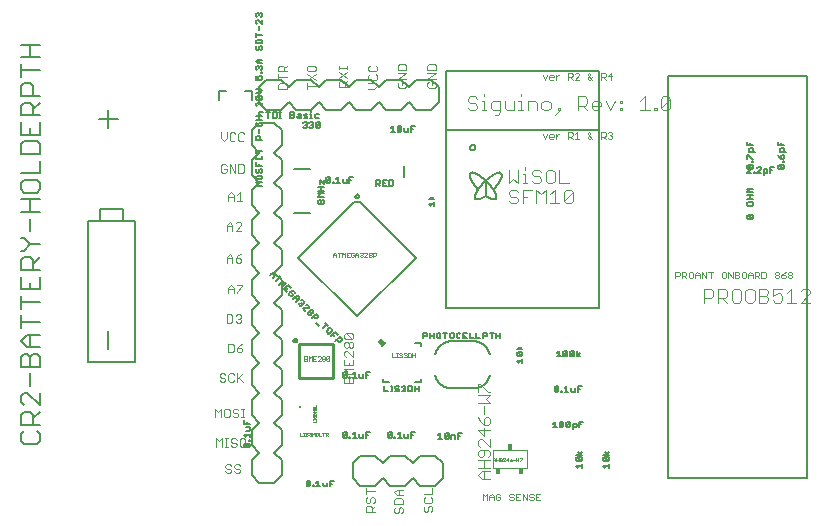
<source format=gto>
G75*
%MOIN*%
%OFA0B0*%
%FSLAX25Y25*%
%IPPOS*%
%LPD*%
%AMOC8*
5,1,8,0,0,1.08239X$1,22.5*
%
%ADD10C,0.00400*%
%ADD11C,0.00300*%
%ADD12C,0.00100*%
%ADD13C,0.00200*%
%ADD14C,0.00500*%
%ADD15C,0.00800*%
%ADD16C,0.02000*%
%ADD17C,0.00394*%
%ADD18C,0.00000*%
%ADD19R,0.01575X0.01969*%
%ADD20C,0.00600*%
%ADD21C,0.01000*%
%ADD22C,0.00984*%
D10*
X0169298Y0107117D02*
X0170066Y0106350D01*
X0171600Y0106350D01*
X0172368Y0107117D01*
X0172368Y0107884D01*
X0171600Y0108652D01*
X0170066Y0108652D01*
X0169298Y0109419D01*
X0169298Y0110186D01*
X0170066Y0110954D01*
X0171600Y0110954D01*
X0172368Y0110186D01*
X0173902Y0110954D02*
X0176972Y0110954D01*
X0178506Y0110954D02*
X0180041Y0109419D01*
X0181576Y0110954D01*
X0181576Y0106350D01*
X0183110Y0106350D02*
X0186179Y0106350D01*
X0184645Y0106350D02*
X0184645Y0110954D01*
X0183110Y0109419D01*
X0187714Y0110186D02*
X0187714Y0107117D01*
X0190783Y0110186D01*
X0190783Y0107117D01*
X0190016Y0106350D01*
X0188481Y0106350D01*
X0187714Y0107117D01*
X0187714Y0110186D02*
X0188481Y0110954D01*
X0190016Y0110954D01*
X0190783Y0110186D01*
X0189249Y0113043D02*
X0186179Y0113043D01*
X0186179Y0117646D01*
X0184645Y0116879D02*
X0183878Y0117646D01*
X0182343Y0117646D01*
X0181576Y0116879D01*
X0181576Y0113810D01*
X0182343Y0113043D01*
X0183878Y0113043D01*
X0184645Y0113810D01*
X0184645Y0116879D01*
X0180041Y0116879D02*
X0179274Y0117646D01*
X0177739Y0117646D01*
X0176972Y0116879D01*
X0176972Y0116112D01*
X0177739Y0115344D01*
X0179274Y0115344D01*
X0180041Y0114577D01*
X0180041Y0113810D01*
X0179274Y0113043D01*
X0177739Y0113043D01*
X0176972Y0113810D01*
X0175437Y0113043D02*
X0173902Y0113043D01*
X0174670Y0113043D02*
X0174670Y0116112D01*
X0173902Y0116112D01*
X0174670Y0117646D02*
X0174670Y0118414D01*
X0172368Y0117646D02*
X0172368Y0113043D01*
X0170833Y0114577D01*
X0169298Y0113043D01*
X0169298Y0117646D01*
X0173902Y0110954D02*
X0173902Y0106350D01*
X0173902Y0108652D02*
X0175437Y0108652D01*
X0178506Y0106350D02*
X0178506Y0110954D01*
X0184795Y0135917D02*
X0186330Y0137452D01*
X0185562Y0137452D01*
X0185562Y0138219D01*
X0186330Y0138219D01*
X0186330Y0137452D01*
X0183261Y0138219D02*
X0183261Y0139754D01*
X0182493Y0140521D01*
X0180959Y0140521D01*
X0180191Y0139754D01*
X0180191Y0138219D01*
X0180959Y0137452D01*
X0182493Y0137452D01*
X0183261Y0138219D01*
X0178657Y0137452D02*
X0178657Y0139754D01*
X0177889Y0140521D01*
X0175587Y0140521D01*
X0175587Y0137452D01*
X0174053Y0137452D02*
X0172518Y0137452D01*
X0173285Y0137452D02*
X0173285Y0140521D01*
X0172518Y0140521D01*
X0170983Y0140521D02*
X0170983Y0137452D01*
X0168681Y0137452D01*
X0167914Y0138219D01*
X0167914Y0140521D01*
X0166379Y0140521D02*
X0164078Y0140521D01*
X0163310Y0139754D01*
X0163310Y0138219D01*
X0164078Y0137452D01*
X0166379Y0137452D01*
X0166379Y0136685D02*
X0166379Y0140521D01*
X0166379Y0136685D02*
X0165612Y0135917D01*
X0164845Y0135917D01*
X0161776Y0137452D02*
X0160241Y0137452D01*
X0161008Y0137452D02*
X0161008Y0140521D01*
X0160241Y0140521D01*
X0158706Y0141289D02*
X0157939Y0142056D01*
X0156404Y0142056D01*
X0155637Y0141289D01*
X0155637Y0140521D01*
X0156404Y0139754D01*
X0157939Y0139754D01*
X0158706Y0138987D01*
X0158706Y0138219D01*
X0157939Y0137452D01*
X0156404Y0137452D01*
X0155637Y0138219D01*
X0161008Y0142056D02*
X0161008Y0142823D01*
X0173285Y0142823D02*
X0173285Y0142056D01*
X0192468Y0142056D02*
X0192468Y0137452D01*
X0192468Y0138987D02*
X0194770Y0138987D01*
X0195538Y0139754D01*
X0195538Y0141289D01*
X0194770Y0142056D01*
X0192468Y0142056D01*
X0194003Y0138987D02*
X0195538Y0137452D01*
X0197072Y0138219D02*
X0197072Y0139754D01*
X0197840Y0140521D01*
X0199374Y0140521D01*
X0200142Y0139754D01*
X0200142Y0138987D01*
X0197072Y0138987D01*
X0197072Y0138219D02*
X0197840Y0137452D01*
X0199374Y0137452D01*
X0201676Y0140521D02*
X0203211Y0137452D01*
X0204746Y0140521D01*
X0206280Y0140521D02*
X0206280Y0139754D01*
X0207047Y0139754D01*
X0207047Y0140521D01*
X0206280Y0140521D01*
X0206280Y0138219D02*
X0206280Y0137452D01*
X0207047Y0137452D01*
X0207047Y0138219D01*
X0206280Y0138219D01*
X0213186Y0137452D02*
X0216255Y0137452D01*
X0214721Y0137452D02*
X0214721Y0142056D01*
X0213186Y0140521D01*
X0217790Y0138219D02*
X0217790Y0137452D01*
X0218557Y0137452D01*
X0218557Y0138219D01*
X0217790Y0138219D01*
X0220092Y0138219D02*
X0220859Y0137452D01*
X0222394Y0137452D01*
X0223161Y0138219D01*
X0223161Y0141289D01*
X0220092Y0138219D01*
X0220092Y0141289D01*
X0220859Y0142056D01*
X0222394Y0142056D01*
X0223161Y0141289D01*
X0234377Y0077883D02*
X0236679Y0077883D01*
X0237446Y0077115D01*
X0237446Y0075581D01*
X0236679Y0074813D01*
X0234377Y0074813D01*
X0234377Y0073279D02*
X0234377Y0077883D01*
X0238981Y0077883D02*
X0241283Y0077883D01*
X0242050Y0077115D01*
X0242050Y0075581D01*
X0241283Y0074813D01*
X0238981Y0074813D01*
X0238981Y0073279D02*
X0238981Y0077883D01*
X0243585Y0077115D02*
X0243585Y0074046D01*
X0244352Y0073279D01*
X0245887Y0073279D01*
X0246654Y0074046D01*
X0246654Y0077115D01*
X0245887Y0077883D01*
X0244352Y0077883D01*
X0243585Y0077115D01*
X0240516Y0074813D02*
X0242050Y0073279D01*
X0248189Y0074046D02*
X0248189Y0077115D01*
X0248956Y0077883D01*
X0250491Y0077883D01*
X0251258Y0077115D01*
X0251258Y0074046D01*
X0250491Y0073279D01*
X0248956Y0073279D01*
X0248189Y0074046D01*
X0252793Y0073279D02*
X0255095Y0073279D01*
X0255862Y0074046D01*
X0255862Y0074813D01*
X0255095Y0075581D01*
X0252793Y0075581D01*
X0252793Y0073279D02*
X0252793Y0077883D01*
X0255095Y0077883D01*
X0255862Y0077115D01*
X0255862Y0076348D01*
X0255095Y0075581D01*
X0257397Y0075581D02*
X0258931Y0076348D01*
X0259699Y0076348D01*
X0260466Y0075581D01*
X0260466Y0074046D01*
X0259699Y0073279D01*
X0258164Y0073279D01*
X0257397Y0074046D01*
X0257397Y0075581D02*
X0257397Y0077883D01*
X0260466Y0077883D01*
X0262001Y0076348D02*
X0263535Y0077883D01*
X0263535Y0073279D01*
X0262001Y0073279D02*
X0265070Y0073279D01*
X0266605Y0073279D02*
X0269674Y0076348D01*
X0269674Y0077115D01*
X0268907Y0077883D01*
X0267372Y0077883D01*
X0266605Y0077115D01*
X0266605Y0073279D02*
X0269674Y0073279D01*
D11*
X0143870Y0011372D02*
X0143870Y0009437D01*
X0140967Y0009437D01*
X0141451Y0008425D02*
X0140967Y0007941D01*
X0140967Y0006974D01*
X0141451Y0006490D01*
X0143386Y0006490D01*
X0143870Y0006974D01*
X0143870Y0007941D01*
X0143386Y0008425D01*
X0143386Y0005479D02*
X0142902Y0005479D01*
X0142418Y0004995D01*
X0142418Y0004027D01*
X0141935Y0003544D01*
X0141451Y0003544D01*
X0140967Y0004027D01*
X0140967Y0004995D01*
X0141451Y0005479D01*
X0143386Y0005479D02*
X0143870Y0004995D01*
X0143870Y0004027D01*
X0143386Y0003544D01*
X0134027Y0003634D02*
X0133543Y0003150D01*
X0134027Y0003634D02*
X0134027Y0004601D01*
X0133543Y0005085D01*
X0133060Y0005085D01*
X0132576Y0004601D01*
X0132576Y0003634D01*
X0132092Y0003150D01*
X0131608Y0003150D01*
X0131125Y0003634D01*
X0131125Y0004601D01*
X0131608Y0005085D01*
X0131125Y0006097D02*
X0131125Y0007548D01*
X0131608Y0008031D01*
X0133543Y0008031D01*
X0134027Y0007548D01*
X0134027Y0006097D01*
X0131125Y0006097D01*
X0132092Y0009043D02*
X0131125Y0010011D01*
X0132092Y0010978D01*
X0134027Y0010978D01*
X0132576Y0010978D02*
X0132576Y0009043D01*
X0132092Y0009043D02*
X0134027Y0009043D01*
X0124578Y0007941D02*
X0124578Y0006974D01*
X0124095Y0006490D01*
X0123127Y0006974D02*
X0123127Y0007941D01*
X0123611Y0008425D01*
X0124095Y0008425D01*
X0124578Y0007941D01*
X0123127Y0006974D02*
X0122643Y0006490D01*
X0122160Y0006490D01*
X0121676Y0006974D01*
X0121676Y0007941D01*
X0122160Y0008425D01*
X0121676Y0009437D02*
X0121676Y0011372D01*
X0121676Y0010404D02*
X0124578Y0010404D01*
X0124578Y0005479D02*
X0123611Y0004511D01*
X0123611Y0004995D02*
X0123611Y0003544D01*
X0124578Y0003544D02*
X0121676Y0003544D01*
X0121676Y0004995D01*
X0122160Y0005479D01*
X0123127Y0005479D01*
X0123611Y0004995D01*
X0081521Y0025681D02*
X0081521Y0027616D01*
X0081037Y0028100D01*
X0080070Y0028100D01*
X0079586Y0027616D01*
X0079586Y0025681D01*
X0080070Y0025197D01*
X0081037Y0025197D01*
X0081521Y0025681D01*
X0078575Y0025681D02*
X0078575Y0026165D01*
X0078091Y0026648D01*
X0077123Y0026648D01*
X0076640Y0027132D01*
X0076640Y0027616D01*
X0077123Y0028100D01*
X0078091Y0028100D01*
X0078575Y0027616D01*
X0078575Y0025681D02*
X0078091Y0025197D01*
X0077123Y0025197D01*
X0076640Y0025681D01*
X0075643Y0025197D02*
X0074675Y0025197D01*
X0075159Y0025197D02*
X0075159Y0028100D01*
X0074675Y0028100D02*
X0075643Y0028100D01*
X0073664Y0028100D02*
X0073664Y0025197D01*
X0071729Y0025197D02*
X0071729Y0028100D01*
X0072696Y0027132D01*
X0073664Y0028100D01*
X0073270Y0035040D02*
X0073270Y0037942D01*
X0072303Y0036975D01*
X0071335Y0037942D01*
X0071335Y0035040D01*
X0074282Y0035523D02*
X0074282Y0037458D01*
X0074765Y0037942D01*
X0075733Y0037942D01*
X0076217Y0037458D01*
X0076217Y0035523D01*
X0075733Y0035040D01*
X0074765Y0035040D01*
X0074282Y0035523D01*
X0077228Y0035523D02*
X0077712Y0035040D01*
X0078679Y0035040D01*
X0079163Y0035523D01*
X0079163Y0036007D01*
X0078679Y0036491D01*
X0077712Y0036491D01*
X0077228Y0036975D01*
X0077228Y0037458D01*
X0077712Y0037942D01*
X0078679Y0037942D01*
X0079163Y0037458D01*
X0080175Y0037942D02*
X0081142Y0037942D01*
X0080658Y0037942D02*
X0080658Y0035040D01*
X0080175Y0035040D02*
X0081142Y0035040D01*
X0080738Y0046851D02*
X0079287Y0048302D01*
X0078803Y0047818D02*
X0080738Y0049753D01*
X0078803Y0049753D02*
X0078803Y0046851D01*
X0077791Y0047335D02*
X0077308Y0046851D01*
X0076340Y0046851D01*
X0075856Y0047335D01*
X0075856Y0049270D01*
X0076340Y0049753D01*
X0077308Y0049753D01*
X0077791Y0049270D01*
X0074845Y0049270D02*
X0074361Y0049753D01*
X0073394Y0049753D01*
X0072910Y0049270D01*
X0072910Y0048786D01*
X0073394Y0048302D01*
X0074361Y0048302D01*
X0074845Y0047818D01*
X0074845Y0047335D01*
X0074361Y0046851D01*
X0073394Y0046851D01*
X0072910Y0047335D01*
X0075666Y0056693D02*
X0077117Y0056693D01*
X0077601Y0057177D01*
X0077601Y0059112D01*
X0077117Y0059596D01*
X0075666Y0059596D01*
X0075666Y0056693D01*
X0078612Y0057177D02*
X0079096Y0056693D01*
X0080063Y0056693D01*
X0080547Y0057177D01*
X0080547Y0057661D01*
X0080063Y0058145D01*
X0078612Y0058145D01*
X0078612Y0057177D01*
X0078612Y0058145D02*
X0079580Y0059112D01*
X0080547Y0059596D01*
X0079670Y0066536D02*
X0078702Y0066536D01*
X0078219Y0067020D01*
X0077207Y0067020D02*
X0077207Y0068955D01*
X0076723Y0069438D01*
X0075272Y0069438D01*
X0075272Y0066536D01*
X0076723Y0066536D01*
X0077207Y0067020D01*
X0079186Y0067987D02*
X0079670Y0067987D01*
X0080154Y0067503D01*
X0080154Y0067020D01*
X0079670Y0066536D01*
X0079670Y0067987D02*
X0080154Y0068471D01*
X0080154Y0068955D01*
X0079670Y0069438D01*
X0078702Y0069438D01*
X0078219Y0068955D01*
X0078612Y0076378D02*
X0078612Y0076862D01*
X0080547Y0078797D01*
X0080547Y0079281D01*
X0078612Y0079281D01*
X0077601Y0078313D02*
X0077601Y0076378D01*
X0077601Y0077830D02*
X0075666Y0077830D01*
X0075666Y0078313D02*
X0076633Y0079281D01*
X0077601Y0078313D01*
X0075666Y0078313D02*
X0075666Y0076378D01*
X0075272Y0086615D02*
X0075272Y0088550D01*
X0076240Y0089517D01*
X0077207Y0088550D01*
X0077207Y0086615D01*
X0078219Y0087098D02*
X0078702Y0086615D01*
X0079670Y0086615D01*
X0080154Y0087098D01*
X0080154Y0087582D01*
X0079670Y0088066D01*
X0078219Y0088066D01*
X0078219Y0087098D01*
X0078219Y0088066D02*
X0079186Y0089033D01*
X0080154Y0089517D01*
X0077207Y0088066D02*
X0075272Y0088066D01*
X0075272Y0097244D02*
X0075272Y0099179D01*
X0076240Y0100147D01*
X0077207Y0099179D01*
X0077207Y0097244D01*
X0078219Y0097244D02*
X0080154Y0099179D01*
X0080154Y0099663D01*
X0079670Y0100147D01*
X0078702Y0100147D01*
X0078219Y0099663D01*
X0077207Y0098696D02*
X0075272Y0098696D01*
X0078219Y0097244D02*
X0080154Y0097244D01*
X0080547Y0107087D02*
X0078612Y0107087D01*
X0079580Y0107087D02*
X0079580Y0109989D01*
X0078612Y0109022D01*
X0077601Y0109022D02*
X0077601Y0107087D01*
X0077601Y0108538D02*
X0075666Y0108538D01*
X0075666Y0109022D02*
X0076633Y0109989D01*
X0077601Y0109022D01*
X0075666Y0109022D02*
X0075666Y0107087D01*
X0076250Y0116536D02*
X0076250Y0119438D01*
X0078185Y0116536D01*
X0078185Y0119438D01*
X0079197Y0119438D02*
X0080648Y0119438D01*
X0081132Y0118955D01*
X0081132Y0117020D01*
X0080648Y0116536D01*
X0079197Y0116536D01*
X0079197Y0119438D01*
X0075239Y0118955D02*
X0074755Y0119438D01*
X0073787Y0119438D01*
X0073304Y0118955D01*
X0073304Y0117020D01*
X0073787Y0116536D01*
X0074755Y0116536D01*
X0075239Y0117020D01*
X0075239Y0117987D01*
X0074271Y0117987D01*
X0074271Y0127166D02*
X0075239Y0128133D01*
X0075239Y0130068D01*
X0076250Y0129584D02*
X0076250Y0127649D01*
X0076734Y0127166D01*
X0077701Y0127166D01*
X0078185Y0127649D01*
X0079197Y0127649D02*
X0079680Y0127166D01*
X0080648Y0127166D01*
X0081132Y0127649D01*
X0079197Y0127649D02*
X0079197Y0129584D01*
X0079680Y0130068D01*
X0080648Y0130068D01*
X0081132Y0129584D01*
X0078185Y0129584D02*
X0077701Y0130068D01*
X0076734Y0130068D01*
X0076250Y0129584D01*
X0073304Y0130068D02*
X0073304Y0128133D01*
X0074271Y0127166D01*
X0092542Y0144489D02*
X0092542Y0145940D01*
X0093026Y0146424D01*
X0094961Y0146424D01*
X0095444Y0145940D01*
X0095444Y0144489D01*
X0092542Y0144489D01*
X0092542Y0147435D02*
X0092542Y0149370D01*
X0092542Y0148403D02*
X0095444Y0148403D01*
X0095444Y0150382D02*
X0092542Y0150382D01*
X0092542Y0151833D01*
X0093026Y0152317D01*
X0093993Y0152317D01*
X0094477Y0151833D01*
X0094477Y0150382D01*
X0094477Y0151349D02*
X0095444Y0152317D01*
X0101991Y0151833D02*
X0101991Y0150865D01*
X0102475Y0150382D01*
X0104410Y0150382D01*
X0104893Y0150865D01*
X0104893Y0151833D01*
X0104410Y0152317D01*
X0102475Y0152317D01*
X0101991Y0151833D01*
X0101991Y0149370D02*
X0104893Y0147435D01*
X0104893Y0149370D02*
X0101991Y0147435D01*
X0101991Y0146424D02*
X0101991Y0144489D01*
X0101991Y0145456D02*
X0104893Y0145456D01*
X0112621Y0145276D02*
X0112621Y0146727D01*
X0113105Y0147211D01*
X0114072Y0147211D01*
X0114556Y0146727D01*
X0114556Y0145276D01*
X0115523Y0145276D02*
X0112621Y0145276D01*
X0114556Y0146243D02*
X0115523Y0147211D01*
X0115523Y0148223D02*
X0112621Y0150157D01*
X0112621Y0151169D02*
X0112621Y0152137D01*
X0112621Y0151653D02*
X0115523Y0151653D01*
X0115523Y0151169D02*
X0115523Y0152137D01*
X0115523Y0150157D02*
X0112621Y0148223D01*
X0122463Y0147919D02*
X0122947Y0147435D01*
X0124882Y0147435D01*
X0125366Y0147919D01*
X0125366Y0148886D01*
X0124882Y0149370D01*
X0124882Y0150382D02*
X0122947Y0150382D01*
X0122463Y0150865D01*
X0122463Y0151833D01*
X0122947Y0152317D01*
X0124882Y0152317D02*
X0125366Y0151833D01*
X0125366Y0150865D01*
X0124882Y0150382D01*
X0122947Y0149370D02*
X0122463Y0148886D01*
X0122463Y0147919D01*
X0122463Y0146424D02*
X0124398Y0146424D01*
X0125366Y0145456D01*
X0124398Y0144489D01*
X0122463Y0144489D01*
X0132306Y0145366D02*
X0132790Y0144882D01*
X0134725Y0144882D01*
X0135208Y0145366D01*
X0135208Y0146334D01*
X0134725Y0146817D01*
X0133757Y0146817D01*
X0133757Y0145850D01*
X0132790Y0146817D02*
X0132306Y0146334D01*
X0132306Y0145366D01*
X0132306Y0147829D02*
X0135208Y0149764D01*
X0132306Y0149764D01*
X0132306Y0150775D02*
X0132306Y0152227D01*
X0132790Y0152710D01*
X0134725Y0152710D01*
X0135208Y0152227D01*
X0135208Y0150775D01*
X0132306Y0150775D01*
X0132306Y0147829D02*
X0135208Y0147829D01*
X0142148Y0147829D02*
X0145051Y0149764D01*
X0142148Y0149764D01*
X0142148Y0150775D02*
X0142148Y0152227D01*
X0142632Y0152710D01*
X0144567Y0152710D01*
X0145051Y0152227D01*
X0145051Y0150775D01*
X0142148Y0150775D01*
X0142148Y0147829D02*
X0145051Y0147829D01*
X0144567Y0146817D02*
X0143600Y0146817D01*
X0143600Y0145850D01*
X0144567Y0146817D02*
X0145051Y0146334D01*
X0145051Y0145366D01*
X0144567Y0144882D01*
X0142632Y0144882D01*
X0142148Y0145366D01*
X0142148Y0146334D01*
X0142632Y0146817D01*
X0116910Y0063105D02*
X0114975Y0063105D01*
X0116910Y0061170D01*
X0117393Y0061654D01*
X0117393Y0062621D01*
X0116910Y0063105D01*
X0116910Y0061170D02*
X0114975Y0061170D01*
X0114491Y0061654D01*
X0114491Y0062621D01*
X0114975Y0063105D01*
X0114975Y0060158D02*
X0115458Y0060158D01*
X0115942Y0059675D01*
X0115942Y0058707D01*
X0115458Y0058223D01*
X0114975Y0058223D01*
X0114491Y0058707D01*
X0114491Y0059675D01*
X0114975Y0060158D01*
X0115942Y0059675D02*
X0116426Y0060158D01*
X0116910Y0060158D01*
X0117393Y0059675D01*
X0117393Y0058707D01*
X0116910Y0058223D01*
X0116426Y0058223D01*
X0115942Y0058707D01*
X0115458Y0057212D02*
X0114975Y0057212D01*
X0114491Y0056728D01*
X0114491Y0055761D01*
X0114975Y0055277D01*
X0114491Y0054265D02*
X0114491Y0052330D01*
X0117393Y0052330D01*
X0117393Y0054265D01*
X0117393Y0055277D02*
X0115458Y0057212D01*
X0117393Y0057212D02*
X0117393Y0055277D01*
X0115942Y0053298D02*
X0115942Y0052330D01*
X0114491Y0051319D02*
X0117393Y0051319D01*
X0117393Y0049384D02*
X0114491Y0049384D01*
X0115458Y0050351D01*
X0114491Y0051319D01*
X0114975Y0048372D02*
X0115458Y0048372D01*
X0115942Y0047889D01*
X0115942Y0046437D01*
X0117393Y0046437D02*
X0114491Y0046437D01*
X0114491Y0047889D01*
X0114975Y0048372D01*
X0115942Y0047889D02*
X0116426Y0048372D01*
X0116910Y0048372D01*
X0117393Y0047889D01*
X0117393Y0046437D01*
X0079760Y0018955D02*
X0079276Y0019438D01*
X0078309Y0019438D01*
X0077825Y0018955D01*
X0077825Y0018471D01*
X0078309Y0017987D01*
X0079276Y0017987D01*
X0079760Y0017503D01*
X0079760Y0017020D01*
X0079276Y0016536D01*
X0078309Y0016536D01*
X0077825Y0017020D01*
X0076813Y0017020D02*
X0076330Y0016536D01*
X0075362Y0016536D01*
X0074878Y0017020D01*
X0075362Y0017987D02*
X0076330Y0017987D01*
X0076813Y0017503D01*
X0076813Y0017020D01*
X0075362Y0017987D02*
X0074878Y0018471D01*
X0074878Y0018955D01*
X0075362Y0019438D01*
X0076330Y0019438D01*
X0076813Y0018955D01*
D12*
X0099764Y0028817D02*
X0100500Y0028817D01*
X0100872Y0028817D02*
X0101240Y0028817D01*
X0101056Y0028817D02*
X0101056Y0029921D01*
X0100872Y0029921D02*
X0101240Y0029921D01*
X0101611Y0029737D02*
X0101611Y0029553D01*
X0101795Y0029369D01*
X0102163Y0029369D01*
X0102347Y0029185D01*
X0102347Y0029001D01*
X0102163Y0028817D01*
X0101795Y0028817D01*
X0101611Y0029001D01*
X0101611Y0029737D02*
X0101795Y0029921D01*
X0102163Y0029921D01*
X0102347Y0029737D01*
X0102719Y0029737D02*
X0102903Y0029921D01*
X0103271Y0029921D01*
X0103455Y0029737D01*
X0103455Y0029553D01*
X0103271Y0029369D01*
X0103455Y0029185D01*
X0103455Y0029001D01*
X0103271Y0028817D01*
X0102903Y0028817D01*
X0102719Y0029001D01*
X0103087Y0029369D02*
X0103271Y0029369D01*
X0103827Y0028817D02*
X0103827Y0029921D01*
X0104195Y0029553D01*
X0104564Y0029921D01*
X0104564Y0028817D01*
X0104935Y0028817D02*
X0105488Y0028817D01*
X0105672Y0029001D01*
X0105672Y0029737D01*
X0105488Y0029921D01*
X0104935Y0029921D01*
X0104935Y0028817D01*
X0106044Y0028817D02*
X0106780Y0028817D01*
X0106044Y0028817D02*
X0106044Y0029921D01*
X0107152Y0029921D02*
X0107888Y0029921D01*
X0107520Y0029921D02*
X0107520Y0028817D01*
X0108260Y0028817D02*
X0108260Y0029921D01*
X0108812Y0029921D01*
X0108996Y0029737D01*
X0108996Y0029369D01*
X0108812Y0029185D01*
X0108260Y0029185D01*
X0108628Y0029185D02*
X0108996Y0028817D01*
X0104993Y0033365D02*
X0104993Y0033965D01*
X0104993Y0034286D02*
X0104993Y0034586D01*
X0104993Y0034436D02*
X0104093Y0034436D01*
X0104093Y0034286D02*
X0104093Y0034586D01*
X0104243Y0034900D02*
X0104393Y0034900D01*
X0104543Y0035050D01*
X0104543Y0035350D01*
X0104693Y0035500D01*
X0104843Y0035500D01*
X0104993Y0035350D01*
X0104993Y0035050D01*
X0104843Y0034900D01*
X0104243Y0034900D02*
X0104093Y0035050D01*
X0104093Y0035350D01*
X0104243Y0035500D01*
X0104243Y0035820D02*
X0104093Y0035970D01*
X0104093Y0036271D01*
X0104243Y0036421D01*
X0104393Y0036421D01*
X0104543Y0036271D01*
X0104693Y0036421D01*
X0104843Y0036421D01*
X0104993Y0036271D01*
X0104993Y0035970D01*
X0104843Y0035820D01*
X0104543Y0036121D02*
X0104543Y0036271D01*
X0104993Y0036741D02*
X0104093Y0036741D01*
X0104393Y0037041D01*
X0104093Y0037342D01*
X0104993Y0037342D01*
X0104993Y0037662D02*
X0104993Y0038112D01*
X0104843Y0038262D01*
X0104243Y0038262D01*
X0104093Y0038112D01*
X0104093Y0037662D01*
X0104993Y0037662D01*
X0104993Y0038583D02*
X0104993Y0039183D01*
X0104993Y0038583D02*
X0104093Y0038583D01*
X0104093Y0033365D02*
X0104993Y0033365D01*
X0099764Y0029921D02*
X0099764Y0028817D01*
X0101156Y0053837D02*
X0101907Y0053837D01*
X0102157Y0054088D01*
X0102157Y0054338D01*
X0101907Y0054588D01*
X0101156Y0054588D01*
X0101156Y0053837D02*
X0101156Y0055339D01*
X0101907Y0055339D01*
X0102157Y0055088D01*
X0102157Y0054838D01*
X0101907Y0054588D01*
X0102630Y0053837D02*
X0102630Y0055339D01*
X0103130Y0054838D01*
X0103630Y0055339D01*
X0103630Y0053837D01*
X0104103Y0053837D02*
X0104103Y0055339D01*
X0105104Y0055339D01*
X0105576Y0055088D02*
X0105826Y0055339D01*
X0106327Y0055339D01*
X0106577Y0055088D01*
X0106577Y0054838D01*
X0105576Y0053837D01*
X0106577Y0053837D01*
X0107049Y0054088D02*
X0107049Y0054338D01*
X0107300Y0054588D01*
X0107800Y0054588D01*
X0108050Y0054338D01*
X0108050Y0054088D01*
X0107800Y0053837D01*
X0107300Y0053837D01*
X0107049Y0054088D01*
X0107300Y0054588D02*
X0107049Y0054838D01*
X0107049Y0055088D01*
X0107300Y0055339D01*
X0107800Y0055339D01*
X0108050Y0055088D01*
X0108050Y0054838D01*
X0107800Y0054588D01*
X0108523Y0054088D02*
X0109523Y0055088D01*
X0109523Y0054088D01*
X0109273Y0053837D01*
X0108773Y0053837D01*
X0108523Y0054088D01*
X0108523Y0055088D01*
X0108773Y0055339D01*
X0109273Y0055339D01*
X0109523Y0055088D01*
X0105104Y0053837D02*
X0104103Y0053837D01*
X0104103Y0054588D02*
X0104603Y0054588D01*
X0130290Y0055019D02*
X0131291Y0055019D01*
X0131763Y0055019D02*
X0132264Y0055019D01*
X0132014Y0055019D02*
X0132014Y0056520D01*
X0132264Y0056520D02*
X0131763Y0056520D01*
X0132746Y0056270D02*
X0132746Y0056019D01*
X0132996Y0055769D01*
X0133496Y0055769D01*
X0133746Y0055519D01*
X0133746Y0055269D01*
X0133496Y0055019D01*
X0132996Y0055019D01*
X0132746Y0055269D01*
X0132746Y0056270D02*
X0132996Y0056520D01*
X0133496Y0056520D01*
X0133746Y0056270D01*
X0134219Y0056270D02*
X0134469Y0056520D01*
X0134969Y0056520D01*
X0135220Y0056270D01*
X0135220Y0056019D01*
X0134969Y0055769D01*
X0135220Y0055519D01*
X0135220Y0055269D01*
X0134969Y0055019D01*
X0134469Y0055019D01*
X0134219Y0055269D01*
X0134719Y0055769D02*
X0134969Y0055769D01*
X0135692Y0055019D02*
X0135692Y0056520D01*
X0136443Y0056520D01*
X0136693Y0056270D01*
X0136693Y0055269D01*
X0136443Y0055019D01*
X0135692Y0055019D01*
X0137165Y0055019D02*
X0137165Y0056520D01*
X0137165Y0055769D02*
X0138166Y0055769D01*
X0138166Y0055019D02*
X0138166Y0056520D01*
X0130290Y0056520D02*
X0130290Y0055019D01*
X0164046Y0021088D02*
X0164413Y0021455D01*
X0164780Y0021088D01*
X0164780Y0020354D01*
X0165151Y0020354D02*
X0165151Y0021455D01*
X0165151Y0020904D02*
X0165885Y0020904D01*
X0166256Y0021088D02*
X0166440Y0020904D01*
X0166990Y0020904D01*
X0166990Y0020537D02*
X0166990Y0021271D01*
X0166807Y0021455D01*
X0166440Y0021455D01*
X0166256Y0021271D01*
X0166256Y0021088D01*
X0165885Y0021455D02*
X0165885Y0020354D01*
X0166256Y0020537D02*
X0166440Y0020354D01*
X0166807Y0020354D01*
X0166990Y0020537D01*
X0167361Y0020354D02*
X0168095Y0021088D01*
X0168095Y0021271D01*
X0167912Y0021455D01*
X0167545Y0021455D01*
X0167361Y0021271D01*
X0167361Y0020354D02*
X0168095Y0020354D01*
X0168466Y0020904D02*
X0169200Y0020904D01*
X0169571Y0020904D02*
X0170122Y0020904D01*
X0170305Y0020721D01*
X0170305Y0020537D01*
X0170122Y0020354D01*
X0169755Y0020354D01*
X0169571Y0020537D01*
X0169571Y0020904D01*
X0169938Y0021271D01*
X0170305Y0021455D01*
X0170676Y0020904D02*
X0171410Y0020904D01*
X0171781Y0020354D02*
X0172148Y0020721D01*
X0172515Y0020354D01*
X0172515Y0021455D01*
X0172886Y0021455D02*
X0173620Y0021455D01*
X0173620Y0021271D01*
X0172886Y0020537D01*
X0172886Y0020354D01*
X0171781Y0020354D02*
X0171781Y0021455D01*
X0169017Y0021455D02*
X0169017Y0020354D01*
X0168466Y0020904D02*
X0169017Y0021455D01*
X0164780Y0020904D02*
X0164046Y0020904D01*
X0164046Y0021088D02*
X0164046Y0020354D01*
X0124092Y0088458D02*
X0124092Y0089959D01*
X0124843Y0089959D01*
X0125093Y0089709D01*
X0125093Y0089209D01*
X0124843Y0088958D01*
X0124092Y0088958D01*
X0123620Y0088958D02*
X0123620Y0088708D01*
X0123370Y0088458D01*
X0122869Y0088458D01*
X0122619Y0088708D01*
X0122619Y0088958D01*
X0122869Y0089209D01*
X0123370Y0089209D01*
X0123620Y0088958D01*
X0123370Y0089209D02*
X0123620Y0089459D01*
X0123620Y0089709D01*
X0123370Y0089959D01*
X0122869Y0089959D01*
X0122619Y0089709D01*
X0122619Y0089459D01*
X0122869Y0089209D01*
X0122147Y0089459D02*
X0122147Y0089709D01*
X0121897Y0089959D01*
X0121396Y0089959D01*
X0121146Y0089709D01*
X0120674Y0089709D02*
X0120674Y0089459D01*
X0120423Y0089209D01*
X0120674Y0088958D01*
X0120674Y0088708D01*
X0120423Y0088458D01*
X0119923Y0088458D01*
X0119673Y0088708D01*
X0119200Y0088458D02*
X0119200Y0089459D01*
X0118700Y0089959D01*
X0118199Y0089459D01*
X0118199Y0088458D01*
X0117727Y0088708D02*
X0117727Y0089209D01*
X0117227Y0089209D01*
X0117727Y0089709D02*
X0117477Y0089959D01*
X0116976Y0089959D01*
X0116726Y0089709D01*
X0116726Y0088708D01*
X0116976Y0088458D01*
X0117477Y0088458D01*
X0117727Y0088708D01*
X0118199Y0089209D02*
X0119200Y0089209D01*
X0119673Y0089709D02*
X0119923Y0089959D01*
X0120423Y0089959D01*
X0120674Y0089709D01*
X0120423Y0089209D02*
X0120173Y0089209D01*
X0121146Y0088458D02*
X0122147Y0089459D01*
X0122147Y0088458D02*
X0121146Y0088458D01*
X0116254Y0088458D02*
X0115253Y0088458D01*
X0115253Y0089959D01*
X0116254Y0089959D01*
X0115753Y0089209D02*
X0115253Y0089209D01*
X0114781Y0089959D02*
X0114781Y0088458D01*
X0113780Y0088458D02*
X0113780Y0089959D01*
X0114280Y0089459D01*
X0114781Y0089959D01*
X0113307Y0089959D02*
X0112306Y0089959D01*
X0112807Y0089959D02*
X0112807Y0088458D01*
X0111834Y0088458D02*
X0111834Y0089459D01*
X0111334Y0089959D01*
X0110833Y0089459D01*
X0110833Y0088458D01*
X0110833Y0089209D02*
X0111834Y0089209D01*
D13*
X0181350Y0127903D02*
X0182084Y0129371D01*
X0182826Y0129004D02*
X0183193Y0129371D01*
X0183927Y0129371D01*
X0184294Y0129004D01*
X0184294Y0128637D01*
X0182826Y0128637D01*
X0182826Y0128270D02*
X0182826Y0129004D01*
X0182826Y0128270D02*
X0183193Y0127903D01*
X0183927Y0127903D01*
X0185036Y0127903D02*
X0185036Y0129371D01*
X0185769Y0129371D02*
X0185036Y0128637D01*
X0185769Y0129371D02*
X0186136Y0129371D01*
X0189087Y0128637D02*
X0190188Y0128637D01*
X0190555Y0129004D01*
X0190555Y0129738D01*
X0190188Y0130105D01*
X0189087Y0130105D01*
X0189087Y0127903D01*
X0189821Y0128637D02*
X0190555Y0127903D01*
X0191297Y0127903D02*
X0192765Y0127903D01*
X0192031Y0127903D02*
X0192031Y0130105D01*
X0191297Y0129371D01*
X0195717Y0129371D02*
X0197185Y0127903D01*
X0197185Y0128637D02*
X0196451Y0127903D01*
X0196084Y0127903D01*
X0195717Y0128270D01*
X0195717Y0128637D01*
X0196451Y0129371D01*
X0196451Y0129738D01*
X0196084Y0130105D01*
X0195717Y0129738D01*
X0195717Y0129371D01*
X0200136Y0128637D02*
X0201237Y0128637D01*
X0201604Y0129004D01*
X0201604Y0129738D01*
X0201237Y0130105D01*
X0200136Y0130105D01*
X0200136Y0127903D01*
X0200870Y0128637D02*
X0201604Y0127903D01*
X0202346Y0128270D02*
X0202713Y0127903D01*
X0203447Y0127903D01*
X0203814Y0128270D01*
X0203814Y0128637D01*
X0203447Y0129004D01*
X0203080Y0129004D01*
X0203447Y0129004D02*
X0203814Y0129371D01*
X0203814Y0129738D01*
X0203447Y0130105D01*
X0202713Y0130105D01*
X0202346Y0129738D01*
X0181350Y0127903D02*
X0180616Y0129371D01*
X0181350Y0147588D02*
X0182084Y0149056D01*
X0182826Y0148689D02*
X0182826Y0147955D01*
X0183193Y0147588D01*
X0183927Y0147588D01*
X0184294Y0148322D02*
X0182826Y0148322D01*
X0182826Y0148689D02*
X0183193Y0149056D01*
X0183927Y0149056D01*
X0184294Y0148689D01*
X0184294Y0148322D01*
X0185036Y0148322D02*
X0185769Y0149056D01*
X0186136Y0149056D01*
X0185036Y0149056D02*
X0185036Y0147588D01*
X0181350Y0147588D02*
X0180616Y0149056D01*
X0189087Y0148322D02*
X0190188Y0148322D01*
X0190555Y0148689D01*
X0190555Y0149423D01*
X0190188Y0149790D01*
X0189087Y0149790D01*
X0189087Y0147588D01*
X0189821Y0148322D02*
X0190555Y0147588D01*
X0191297Y0147588D02*
X0192765Y0149056D01*
X0192765Y0149423D01*
X0192398Y0149790D01*
X0191664Y0149790D01*
X0191297Y0149423D01*
X0191297Y0147588D02*
X0192765Y0147588D01*
X0195717Y0147955D02*
X0195717Y0148322D01*
X0196451Y0149056D01*
X0196451Y0149423D01*
X0196084Y0149790D01*
X0195717Y0149423D01*
X0195717Y0149056D01*
X0197185Y0147588D01*
X0197185Y0148322D02*
X0196451Y0147588D01*
X0196084Y0147588D01*
X0195717Y0147955D01*
X0200136Y0147588D02*
X0200136Y0149790D01*
X0201237Y0149790D01*
X0201604Y0149423D01*
X0201604Y0148689D01*
X0201237Y0148322D01*
X0200136Y0148322D01*
X0200870Y0148322D02*
X0201604Y0147588D01*
X0202346Y0148689D02*
X0203814Y0148689D01*
X0203447Y0147588D02*
X0203447Y0149790D01*
X0202346Y0148689D01*
X0224814Y0083611D02*
X0225915Y0083611D01*
X0226282Y0083244D01*
X0226282Y0082510D01*
X0225915Y0082143D01*
X0224814Y0082143D01*
X0224814Y0081409D02*
X0224814Y0083611D01*
X0227024Y0083611D02*
X0228125Y0083611D01*
X0228492Y0083244D01*
X0228492Y0082510D01*
X0228125Y0082143D01*
X0227024Y0082143D01*
X0227758Y0082143D02*
X0228492Y0081409D01*
X0229234Y0081776D02*
X0229601Y0081409D01*
X0230335Y0081409D01*
X0230702Y0081776D01*
X0230702Y0083244D01*
X0230335Y0083611D01*
X0229601Y0083611D01*
X0229234Y0083244D01*
X0229234Y0081776D01*
X0231444Y0081409D02*
X0231444Y0082877D01*
X0232178Y0083611D01*
X0232912Y0082877D01*
X0232912Y0081409D01*
X0233654Y0081409D02*
X0233654Y0083611D01*
X0235122Y0081409D01*
X0235122Y0083611D01*
X0235864Y0083611D02*
X0237331Y0083611D01*
X0236597Y0083611D02*
X0236597Y0081409D01*
X0240283Y0081776D02*
X0240283Y0083244D01*
X0240650Y0083611D01*
X0241384Y0083611D01*
X0241751Y0083244D01*
X0241751Y0081776D01*
X0241384Y0081409D01*
X0240650Y0081409D01*
X0240283Y0081776D01*
X0242493Y0081409D02*
X0242493Y0083611D01*
X0243961Y0081409D01*
X0243961Y0083611D01*
X0244703Y0083611D02*
X0244703Y0081409D01*
X0245804Y0081409D01*
X0246171Y0081776D01*
X0246171Y0082143D01*
X0245804Y0082510D01*
X0244703Y0082510D01*
X0244703Y0083611D02*
X0245804Y0083611D01*
X0246171Y0083244D01*
X0246171Y0082877D01*
X0245804Y0082510D01*
X0246913Y0083244D02*
X0246913Y0081776D01*
X0247280Y0081409D01*
X0248014Y0081409D01*
X0248381Y0081776D01*
X0248381Y0083244D01*
X0248014Y0083611D01*
X0247280Y0083611D01*
X0246913Y0083244D01*
X0249123Y0082877D02*
X0249857Y0083611D01*
X0250591Y0082877D01*
X0250591Y0081409D01*
X0251333Y0081409D02*
X0251333Y0083611D01*
X0252434Y0083611D01*
X0252801Y0083244D01*
X0252801Y0082510D01*
X0252434Y0082143D01*
X0251333Y0082143D01*
X0252067Y0082143D02*
X0252801Y0081409D01*
X0253543Y0081409D02*
X0254644Y0081409D01*
X0255010Y0081776D01*
X0255010Y0083244D01*
X0254644Y0083611D01*
X0253543Y0083611D01*
X0253543Y0081409D01*
X0250591Y0082510D02*
X0249123Y0082510D01*
X0249123Y0082877D02*
X0249123Y0081409D01*
X0257962Y0081776D02*
X0257962Y0082143D01*
X0258329Y0082510D01*
X0259063Y0082510D01*
X0259430Y0082143D01*
X0259430Y0081776D01*
X0259063Y0081409D01*
X0258329Y0081409D01*
X0257962Y0081776D01*
X0258329Y0082510D02*
X0257962Y0082877D01*
X0257962Y0083244D01*
X0258329Y0083611D01*
X0259063Y0083611D01*
X0259430Y0083244D01*
X0259430Y0082877D01*
X0259063Y0082510D01*
X0260172Y0082510D02*
X0261273Y0082510D01*
X0261640Y0082143D01*
X0261640Y0081776D01*
X0261273Y0081409D01*
X0260539Y0081409D01*
X0260172Y0081776D01*
X0260172Y0082510D01*
X0260906Y0083244D01*
X0261640Y0083611D01*
X0262382Y0083244D02*
X0262382Y0082877D01*
X0262749Y0082510D01*
X0263483Y0082510D01*
X0263850Y0082143D01*
X0263850Y0081776D01*
X0263483Y0081409D01*
X0262749Y0081409D01*
X0262382Y0081776D01*
X0262382Y0082143D01*
X0262749Y0082510D01*
X0263483Y0082510D02*
X0263850Y0082877D01*
X0263850Y0083244D01*
X0263483Y0083611D01*
X0262749Y0083611D01*
X0262382Y0083244D01*
X0232912Y0082510D02*
X0231444Y0082510D01*
X0227024Y0081409D02*
X0227024Y0083611D01*
X0179802Y0009633D02*
X0178334Y0009633D01*
X0178334Y0007431D01*
X0179802Y0007431D01*
X0179068Y0008532D02*
X0178334Y0008532D01*
X0177592Y0008165D02*
X0177592Y0007798D01*
X0177225Y0007431D01*
X0176491Y0007431D01*
X0176124Y0007798D01*
X0176491Y0008532D02*
X0177225Y0008532D01*
X0177592Y0008165D01*
X0177592Y0009266D02*
X0177225Y0009633D01*
X0176491Y0009633D01*
X0176124Y0009266D01*
X0176124Y0008899D01*
X0176491Y0008532D01*
X0175382Y0007431D02*
X0175382Y0009633D01*
X0173914Y0009633D02*
X0173914Y0007431D01*
X0173172Y0007431D02*
X0171705Y0007431D01*
X0171705Y0009633D01*
X0173172Y0009633D01*
X0173914Y0009633D02*
X0175382Y0007431D01*
X0172438Y0008532D02*
X0171705Y0008532D01*
X0170963Y0008165D02*
X0170963Y0007798D01*
X0170596Y0007431D01*
X0169862Y0007431D01*
X0169495Y0007798D01*
X0169862Y0008532D02*
X0170596Y0008532D01*
X0170963Y0008165D01*
X0170963Y0009266D02*
X0170596Y0009633D01*
X0169862Y0009633D01*
X0169495Y0009266D01*
X0169495Y0008899D01*
X0169862Y0008532D01*
X0166543Y0008532D02*
X0165809Y0008532D01*
X0166543Y0008532D02*
X0166543Y0007798D01*
X0166176Y0007431D01*
X0165442Y0007431D01*
X0165075Y0007798D01*
X0165075Y0009266D01*
X0165442Y0009633D01*
X0166176Y0009633D01*
X0166543Y0009266D01*
X0164333Y0008899D02*
X0164333Y0007431D01*
X0164333Y0008532D02*
X0162865Y0008532D01*
X0162865Y0008899D02*
X0162865Y0007431D01*
X0162123Y0007431D02*
X0162123Y0009633D01*
X0161389Y0008899D01*
X0160655Y0009633D01*
X0160655Y0007431D01*
X0162865Y0008899D02*
X0163599Y0009633D01*
X0164333Y0008899D01*
D14*
X0191756Y0018863D02*
X0193658Y0018863D01*
X0193658Y0018230D02*
X0193658Y0019497D01*
X0193341Y0020439D02*
X0192073Y0021707D01*
X0193341Y0021707D01*
X0193658Y0021390D01*
X0193658Y0020756D01*
X0193341Y0020439D01*
X0192073Y0020439D01*
X0191756Y0020756D01*
X0191756Y0021390D01*
X0192073Y0021707D01*
X0191756Y0022649D02*
X0193658Y0022649D01*
X0193024Y0022649D02*
X0193658Y0023600D01*
X0193024Y0022649D02*
X0192390Y0023600D01*
X0191756Y0018863D02*
X0192390Y0018230D01*
X0200811Y0018863D02*
X0202713Y0018863D01*
X0202713Y0018230D02*
X0202713Y0019497D01*
X0202396Y0020439D02*
X0201128Y0021707D01*
X0202396Y0021707D01*
X0202713Y0021390D01*
X0202713Y0020756D01*
X0202396Y0020439D01*
X0201128Y0020439D01*
X0200811Y0020756D01*
X0200811Y0021390D01*
X0201128Y0021707D01*
X0200811Y0022649D02*
X0202713Y0022649D01*
X0202079Y0022649D02*
X0201445Y0023600D01*
X0202079Y0022649D02*
X0202713Y0023600D01*
X0200811Y0018863D02*
X0201445Y0018230D01*
X0192860Y0031708D02*
X0192860Y0033610D01*
X0194128Y0033610D01*
X0193494Y0032659D02*
X0192860Y0032659D01*
X0191918Y0032659D02*
X0191918Y0032025D01*
X0191601Y0031708D01*
X0190650Y0031708D01*
X0190650Y0031074D02*
X0190650Y0032976D01*
X0191601Y0032976D01*
X0191918Y0032659D01*
X0189708Y0033293D02*
X0189708Y0032025D01*
X0189391Y0031708D01*
X0188757Y0031708D01*
X0188440Y0032025D01*
X0189708Y0033293D01*
X0189391Y0033610D01*
X0188757Y0033610D01*
X0188440Y0033293D01*
X0188440Y0032025D01*
X0187498Y0032025D02*
X0187498Y0033293D01*
X0186230Y0032025D01*
X0186547Y0031708D01*
X0187181Y0031708D01*
X0187498Y0032025D01*
X0186230Y0032025D02*
X0186230Y0033293D01*
X0186547Y0033610D01*
X0187181Y0033610D01*
X0187498Y0033293D01*
X0185288Y0031708D02*
X0184021Y0031708D01*
X0184654Y0031708D02*
X0184654Y0033610D01*
X0184021Y0032976D01*
X0184890Y0043519D02*
X0184573Y0043836D01*
X0185841Y0045104D01*
X0185841Y0043836D01*
X0185524Y0043519D01*
X0184890Y0043519D01*
X0184573Y0043836D02*
X0184573Y0045104D01*
X0184890Y0045421D01*
X0185524Y0045421D01*
X0185841Y0045104D01*
X0186783Y0043836D02*
X0187100Y0043836D01*
X0187100Y0043519D01*
X0186783Y0043519D01*
X0186783Y0043836D01*
X0187888Y0043519D02*
X0189156Y0043519D01*
X0188522Y0043519D02*
X0188522Y0045421D01*
X0187888Y0044787D01*
X0190098Y0044787D02*
X0190098Y0043836D01*
X0190415Y0043519D01*
X0191365Y0043519D01*
X0191365Y0044787D01*
X0192308Y0044470D02*
X0192941Y0044470D01*
X0192308Y0043519D02*
X0192308Y0045421D01*
X0193575Y0045421D01*
X0192890Y0055330D02*
X0191939Y0055964D01*
X0192890Y0056598D01*
X0191939Y0057232D02*
X0191939Y0055330D01*
X0190997Y0055647D02*
X0190680Y0055330D01*
X0190046Y0055330D01*
X0189729Y0055647D01*
X0190997Y0056915D01*
X0190997Y0055647D01*
X0189729Y0055647D02*
X0189729Y0056915D01*
X0190046Y0057232D01*
X0190680Y0057232D01*
X0190997Y0056915D01*
X0188787Y0056915D02*
X0188787Y0055647D01*
X0188470Y0055330D01*
X0187836Y0055330D01*
X0187520Y0055647D01*
X0188787Y0056915D01*
X0188470Y0057232D01*
X0187836Y0057232D01*
X0187520Y0056915D01*
X0187520Y0055647D01*
X0186577Y0055330D02*
X0185310Y0055330D01*
X0185944Y0055330D02*
X0185944Y0057232D01*
X0185310Y0056598D01*
X0173841Y0056430D02*
X0173841Y0055796D01*
X0173524Y0055479D01*
X0172256Y0056747D01*
X0173524Y0056747D01*
X0173841Y0056430D01*
X0173524Y0055479D02*
X0172256Y0055479D01*
X0171939Y0055796D01*
X0171939Y0056430D01*
X0172256Y0056747D01*
X0171939Y0057689D02*
X0173841Y0057689D01*
X0173207Y0057689D02*
X0172573Y0058640D01*
X0173207Y0057689D02*
X0173841Y0058640D01*
X0166429Y0061356D02*
X0166429Y0063258D01*
X0166429Y0062307D02*
X0165162Y0062307D01*
X0165162Y0061356D02*
X0165162Y0063258D01*
X0164219Y0063258D02*
X0162952Y0063258D01*
X0163586Y0063258D02*
X0163586Y0061356D01*
X0162010Y0062307D02*
X0161693Y0061990D01*
X0160742Y0061990D01*
X0160742Y0061356D02*
X0160742Y0063258D01*
X0161693Y0063258D01*
X0162010Y0062941D01*
X0162010Y0062307D01*
X0159800Y0061356D02*
X0158532Y0061356D01*
X0158532Y0063258D01*
X0157590Y0061356D02*
X0156322Y0061356D01*
X0156322Y0063258D01*
X0155380Y0063258D02*
X0154112Y0063258D01*
X0154112Y0061356D01*
X0155380Y0061356D01*
X0154746Y0062307D02*
X0154112Y0062307D01*
X0153170Y0061673D02*
X0152853Y0061356D01*
X0152219Y0061356D01*
X0151902Y0061673D01*
X0151902Y0062941D01*
X0152219Y0063258D01*
X0152853Y0063258D01*
X0153170Y0062941D01*
X0150960Y0062941D02*
X0150960Y0061673D01*
X0150643Y0061356D01*
X0150009Y0061356D01*
X0149692Y0061673D01*
X0149692Y0062941D01*
X0150009Y0063258D01*
X0150643Y0063258D01*
X0150960Y0062941D01*
X0148750Y0063258D02*
X0147483Y0063258D01*
X0148116Y0063258D02*
X0148116Y0061356D01*
X0146540Y0061673D02*
X0146540Y0062941D01*
X0146223Y0063258D01*
X0145590Y0063258D01*
X0145273Y0062941D01*
X0145273Y0061673D01*
X0145590Y0061356D01*
X0146223Y0061356D01*
X0146540Y0061673D01*
X0144330Y0061356D02*
X0144330Y0063258D01*
X0144330Y0062307D02*
X0143063Y0062307D01*
X0142121Y0062307D02*
X0141804Y0061990D01*
X0140853Y0061990D01*
X0140853Y0061356D02*
X0140853Y0063258D01*
X0141804Y0063258D01*
X0142121Y0062941D01*
X0142121Y0062307D01*
X0143063Y0061356D02*
X0143063Y0063258D01*
X0148232Y0071504D02*
X0148232Y0130953D01*
X0148232Y0150638D01*
X0199413Y0150638D01*
X0199413Y0130953D01*
X0199413Y0071504D01*
X0148232Y0071504D01*
X0171939Y0053903D02*
X0173841Y0053903D01*
X0173841Y0053269D02*
X0173841Y0054537D01*
X0172573Y0053269D02*
X0171939Y0053903D01*
X0139274Y0045567D02*
X0139274Y0043665D01*
X0139274Y0044616D02*
X0138006Y0044616D01*
X0138006Y0043665D02*
X0138006Y0045567D01*
X0137064Y0045250D02*
X0137064Y0043982D01*
X0136747Y0043665D01*
X0135796Y0043665D01*
X0135796Y0045567D01*
X0136747Y0045567D01*
X0137064Y0045250D01*
X0134854Y0045250D02*
X0134854Y0044933D01*
X0134537Y0044616D01*
X0134854Y0044299D01*
X0134854Y0043982D01*
X0134537Y0043665D01*
X0133903Y0043665D01*
X0133586Y0043982D01*
X0134220Y0044616D02*
X0134537Y0044616D01*
X0134854Y0045250D02*
X0134537Y0045567D01*
X0133903Y0045567D01*
X0133586Y0045250D01*
X0132644Y0045250D02*
X0132327Y0045567D01*
X0131693Y0045567D01*
X0131377Y0045250D01*
X0131377Y0044933D01*
X0131693Y0044616D01*
X0132327Y0044616D01*
X0132644Y0044299D01*
X0132644Y0043982D01*
X0132327Y0043665D01*
X0131693Y0043665D01*
X0131377Y0043982D01*
X0130537Y0043665D02*
X0129903Y0043665D01*
X0130220Y0043665D02*
X0130220Y0045567D01*
X0129903Y0045567D02*
X0130537Y0045567D01*
X0128961Y0043665D02*
X0127693Y0043665D01*
X0127693Y0045567D01*
X0122351Y0049116D02*
X0121717Y0049116D01*
X0121717Y0048165D02*
X0121717Y0050067D01*
X0122985Y0050067D01*
X0120775Y0049433D02*
X0120775Y0048165D01*
X0119824Y0048165D01*
X0119507Y0048482D01*
X0119507Y0049433D01*
X0118565Y0048165D02*
X0117297Y0048165D01*
X0117931Y0048165D02*
X0117931Y0050067D01*
X0117297Y0049433D01*
X0116509Y0048482D02*
X0116509Y0048165D01*
X0116192Y0048165D01*
X0116192Y0048482D01*
X0116509Y0048482D01*
X0115250Y0048482D02*
X0114933Y0048165D01*
X0114299Y0048165D01*
X0113982Y0048482D01*
X0115250Y0049750D01*
X0115250Y0048482D01*
X0113982Y0048482D02*
X0113982Y0049750D01*
X0114299Y0050067D01*
X0114933Y0050067D01*
X0115250Y0049750D01*
X0113106Y0060256D02*
X0112658Y0060256D01*
X0111986Y0060928D01*
X0111537Y0060480D02*
X0112882Y0061825D01*
X0113554Y0061153D01*
X0113554Y0060704D01*
X0113106Y0060256D01*
X0112216Y0062491D02*
X0111319Y0063388D01*
X0109975Y0062043D01*
X0109309Y0062709D02*
X0109309Y0063606D01*
X0108636Y0063381D02*
X0108636Y0063830D01*
X0109533Y0064726D01*
X0109981Y0064726D01*
X0110429Y0064278D01*
X0110429Y0063830D01*
X0109533Y0062933D01*
X0109085Y0062933D01*
X0108636Y0063381D01*
X0107298Y0064720D02*
X0108642Y0066065D01*
X0108194Y0066513D02*
X0109091Y0065616D01*
X0105959Y0065610D02*
X0105063Y0066507D01*
X0104845Y0068069D02*
X0104173Y0068742D01*
X0103724Y0068293D02*
X0105069Y0069638D01*
X0105741Y0068966D01*
X0105741Y0068517D01*
X0105293Y0068069D01*
X0104845Y0068069D01*
X0103506Y0069408D02*
X0103282Y0069184D01*
X0102834Y0069184D01*
X0102386Y0069632D01*
X0102386Y0070080D01*
X0102610Y0070304D01*
X0103058Y0070304D01*
X0103506Y0069856D01*
X0103506Y0069408D01*
X0103506Y0069856D02*
X0103955Y0069856D01*
X0104179Y0070080D01*
X0104179Y0070528D01*
X0103731Y0070977D01*
X0103282Y0070977D01*
X0103058Y0070752D01*
X0103058Y0070304D01*
X0102392Y0071419D02*
X0100599Y0071419D01*
X0101496Y0070522D01*
X0102392Y0071419D02*
X0102616Y0071643D01*
X0102616Y0072091D01*
X0102168Y0072539D01*
X0101720Y0072539D01*
X0101054Y0073205D02*
X0100829Y0072981D01*
X0100381Y0072981D01*
X0100381Y0072533D01*
X0100157Y0072309D01*
X0099709Y0072309D01*
X0099261Y0072757D01*
X0099261Y0073205D01*
X0100157Y0073205D02*
X0100381Y0072981D01*
X0101054Y0073205D02*
X0101054Y0073654D01*
X0100605Y0074102D01*
X0100157Y0074102D01*
X0099267Y0074544D02*
X0098370Y0073647D01*
X0099043Y0074320D02*
X0098146Y0075216D01*
X0098370Y0075440D02*
X0097474Y0074544D01*
X0097032Y0075434D02*
X0097480Y0075882D01*
X0097032Y0076331D01*
X0097032Y0077227D02*
X0096135Y0076331D01*
X0096135Y0075882D01*
X0096584Y0075434D01*
X0097032Y0075434D01*
X0097928Y0076331D02*
X0097928Y0076779D01*
X0097480Y0077227D01*
X0097032Y0077227D01*
X0096590Y0078117D02*
X0095693Y0079014D01*
X0094349Y0077669D01*
X0095245Y0076773D01*
X0095469Y0077893D02*
X0095021Y0078341D01*
X0093683Y0078335D02*
X0095027Y0079680D01*
X0094131Y0079680D01*
X0094131Y0080576D01*
X0092786Y0079232D01*
X0091672Y0080346D02*
X0093016Y0081691D01*
X0092568Y0082139D02*
X0093465Y0081243D01*
X0091454Y0082357D02*
X0091454Y0083253D01*
X0090557Y0083253D01*
X0089661Y0082357D01*
X0090333Y0083029D02*
X0091230Y0082133D01*
X0091454Y0082357D02*
X0090557Y0081461D01*
X0098370Y0075440D02*
X0099267Y0075440D01*
X0099267Y0074544D01*
X0110647Y0062715D02*
X0111095Y0062267D01*
X0098018Y0060662D02*
X0098020Y0060686D01*
X0098026Y0060710D01*
X0098035Y0060732D01*
X0098048Y0060752D01*
X0098064Y0060770D01*
X0098083Y0060785D01*
X0098104Y0060798D01*
X0098126Y0060806D01*
X0098150Y0060811D01*
X0098174Y0060812D01*
X0098198Y0060809D01*
X0098221Y0060802D01*
X0098243Y0060792D01*
X0098263Y0060778D01*
X0098280Y0060761D01*
X0098295Y0060742D01*
X0098306Y0060721D01*
X0098314Y0060698D01*
X0098318Y0060674D01*
X0098318Y0060650D01*
X0098314Y0060626D01*
X0098306Y0060603D01*
X0098295Y0060582D01*
X0098280Y0060563D01*
X0098263Y0060546D01*
X0098243Y0060532D01*
X0098221Y0060522D01*
X0098198Y0060515D01*
X0098174Y0060512D01*
X0098150Y0060513D01*
X0098126Y0060518D01*
X0098104Y0060526D01*
X0098083Y0060539D01*
X0098064Y0060554D01*
X0098048Y0060572D01*
X0098035Y0060592D01*
X0098026Y0060614D01*
X0098020Y0060638D01*
X0098018Y0060662D01*
X0097855Y0060662D02*
X0097857Y0060697D01*
X0097863Y0060732D01*
X0097873Y0060765D01*
X0097886Y0060798D01*
X0097903Y0060829D01*
X0097923Y0060857D01*
X0097947Y0060883D01*
X0097973Y0060907D01*
X0098001Y0060927D01*
X0098032Y0060944D01*
X0098065Y0060957D01*
X0098098Y0060967D01*
X0098133Y0060973D01*
X0098168Y0060975D01*
X0098203Y0060973D01*
X0098238Y0060967D01*
X0098271Y0060957D01*
X0098304Y0060944D01*
X0098335Y0060927D01*
X0098363Y0060907D01*
X0098389Y0060883D01*
X0098413Y0060857D01*
X0098433Y0060829D01*
X0098450Y0060798D01*
X0098463Y0060765D01*
X0098473Y0060732D01*
X0098479Y0060697D01*
X0098481Y0060662D01*
X0098479Y0060627D01*
X0098473Y0060592D01*
X0098463Y0060559D01*
X0098450Y0060526D01*
X0098433Y0060495D01*
X0098413Y0060467D01*
X0098389Y0060441D01*
X0098363Y0060417D01*
X0098335Y0060397D01*
X0098304Y0060380D01*
X0098271Y0060367D01*
X0098238Y0060357D01*
X0098203Y0060351D01*
X0098168Y0060349D01*
X0098133Y0060351D01*
X0098098Y0060357D01*
X0098065Y0060367D01*
X0098032Y0060380D01*
X0098001Y0060397D01*
X0097973Y0060417D01*
X0097947Y0060441D01*
X0097923Y0060467D01*
X0097903Y0060495D01*
X0097886Y0060526D01*
X0097873Y0060559D01*
X0097863Y0060592D01*
X0097857Y0060627D01*
X0097855Y0060662D01*
X0097543Y0060662D02*
X0097545Y0060712D01*
X0097551Y0060761D01*
X0097561Y0060810D01*
X0097574Y0060857D01*
X0097592Y0060904D01*
X0097613Y0060949D01*
X0097637Y0060992D01*
X0097665Y0061033D01*
X0097696Y0061072D01*
X0097730Y0061108D01*
X0097767Y0061142D01*
X0097807Y0061172D01*
X0097848Y0061199D01*
X0097892Y0061223D01*
X0097937Y0061243D01*
X0097984Y0061259D01*
X0098032Y0061272D01*
X0098081Y0061281D01*
X0098131Y0061286D01*
X0098180Y0061287D01*
X0098230Y0061284D01*
X0098279Y0061277D01*
X0098328Y0061266D01*
X0098375Y0061252D01*
X0098421Y0061233D01*
X0098466Y0061211D01*
X0098509Y0061186D01*
X0098549Y0061157D01*
X0098587Y0061125D01*
X0098623Y0061091D01*
X0098656Y0061053D01*
X0098685Y0061013D01*
X0098711Y0060971D01*
X0098734Y0060927D01*
X0098753Y0060881D01*
X0098769Y0060834D01*
X0098781Y0060785D01*
X0098789Y0060736D01*
X0098793Y0060687D01*
X0098793Y0060637D01*
X0098789Y0060588D01*
X0098781Y0060539D01*
X0098769Y0060490D01*
X0098753Y0060443D01*
X0098734Y0060397D01*
X0098711Y0060353D01*
X0098685Y0060311D01*
X0098656Y0060271D01*
X0098623Y0060233D01*
X0098587Y0060199D01*
X0098549Y0060167D01*
X0098509Y0060138D01*
X0098466Y0060113D01*
X0098421Y0060091D01*
X0098375Y0060072D01*
X0098328Y0060058D01*
X0098279Y0060047D01*
X0098230Y0060040D01*
X0098180Y0060037D01*
X0098131Y0060038D01*
X0098081Y0060043D01*
X0098032Y0060052D01*
X0097984Y0060065D01*
X0097937Y0060081D01*
X0097892Y0060101D01*
X0097848Y0060125D01*
X0097807Y0060152D01*
X0097767Y0060182D01*
X0097730Y0060216D01*
X0097696Y0060252D01*
X0097665Y0060291D01*
X0097637Y0060332D01*
X0097613Y0060375D01*
X0097592Y0060420D01*
X0097574Y0060467D01*
X0097561Y0060514D01*
X0097551Y0060563D01*
X0097545Y0060612D01*
X0097543Y0060662D01*
X0081126Y0034052D02*
X0081126Y0032784D01*
X0083028Y0032784D01*
X0083028Y0031842D02*
X0081760Y0031842D01*
X0082077Y0032784D02*
X0082077Y0033418D01*
X0083028Y0031842D02*
X0083028Y0030891D01*
X0082711Y0030574D01*
X0081760Y0030574D01*
X0083028Y0029632D02*
X0083028Y0028364D01*
X0083028Y0028998D02*
X0081126Y0028998D01*
X0081760Y0028364D01*
X0082711Y0027576D02*
X0083028Y0027576D01*
X0083028Y0027259D01*
X0082711Y0027259D01*
X0082711Y0027576D01*
X0082711Y0026317D02*
X0083028Y0026000D01*
X0083028Y0025366D01*
X0082711Y0025049D01*
X0081443Y0026317D01*
X0082711Y0026317D01*
X0082711Y0025049D02*
X0081443Y0025049D01*
X0081126Y0025366D01*
X0081126Y0026000D01*
X0081443Y0026317D01*
X0101896Y0013608D02*
X0102213Y0013925D01*
X0102847Y0013925D01*
X0103164Y0013608D01*
X0101896Y0012340D01*
X0102213Y0012023D01*
X0102847Y0012023D01*
X0103164Y0012340D01*
X0103164Y0013608D01*
X0101896Y0013608D02*
X0101896Y0012340D01*
X0104106Y0012340D02*
X0104106Y0012023D01*
X0104423Y0012023D01*
X0104423Y0012340D01*
X0104106Y0012340D01*
X0105211Y0012023D02*
X0106478Y0012023D01*
X0105845Y0012023D02*
X0105845Y0013925D01*
X0105211Y0013291D01*
X0107421Y0013291D02*
X0107421Y0012340D01*
X0107737Y0012023D01*
X0108688Y0012023D01*
X0108688Y0013291D01*
X0109630Y0012974D02*
X0110264Y0012974D01*
X0109630Y0012023D02*
X0109630Y0013925D01*
X0110898Y0013925D01*
X0114299Y0028165D02*
X0113982Y0028482D01*
X0115250Y0029750D01*
X0115250Y0028482D01*
X0114933Y0028165D01*
X0114299Y0028165D01*
X0113982Y0028482D02*
X0113982Y0029750D01*
X0114299Y0030067D01*
X0114933Y0030067D01*
X0115250Y0029750D01*
X0116192Y0028482D02*
X0116509Y0028482D01*
X0116509Y0028165D01*
X0116192Y0028165D01*
X0116192Y0028482D01*
X0117297Y0028165D02*
X0118565Y0028165D01*
X0117931Y0028165D02*
X0117931Y0030067D01*
X0117297Y0029433D01*
X0119507Y0029433D02*
X0119507Y0028482D01*
X0119824Y0028165D01*
X0120775Y0028165D01*
X0120775Y0029433D01*
X0121717Y0029116D02*
X0122351Y0029116D01*
X0121717Y0030067D02*
X0122985Y0030067D01*
X0121717Y0030067D02*
X0121717Y0028165D01*
X0128982Y0028482D02*
X0130250Y0029750D01*
X0130250Y0028482D01*
X0129933Y0028165D01*
X0129299Y0028165D01*
X0128982Y0028482D01*
X0128982Y0029750D01*
X0129299Y0030067D01*
X0129933Y0030067D01*
X0130250Y0029750D01*
X0131192Y0028482D02*
X0131509Y0028482D01*
X0131509Y0028165D01*
X0131192Y0028165D01*
X0131192Y0028482D01*
X0132297Y0028165D02*
X0133565Y0028165D01*
X0132931Y0028165D02*
X0132931Y0030067D01*
X0132297Y0029433D01*
X0134507Y0029433D02*
X0134507Y0028482D01*
X0134824Y0028165D01*
X0135775Y0028165D01*
X0135775Y0029433D01*
X0136717Y0029116D02*
X0137351Y0029116D01*
X0136717Y0030067D02*
X0137985Y0030067D01*
X0136717Y0030067D02*
X0136717Y0028165D01*
X0145755Y0027771D02*
X0147023Y0027771D01*
X0146389Y0027771D02*
X0146389Y0029673D01*
X0145755Y0029039D01*
X0147965Y0029356D02*
X0148282Y0029673D01*
X0148916Y0029673D01*
X0149233Y0029356D01*
X0147965Y0028088D01*
X0148282Y0027771D01*
X0148916Y0027771D01*
X0149233Y0028088D01*
X0149233Y0029356D01*
X0150175Y0029039D02*
X0151126Y0029039D01*
X0151443Y0028722D01*
X0151443Y0027771D01*
X0152385Y0027771D02*
X0152385Y0029673D01*
X0153653Y0029673D01*
X0153019Y0028722D02*
X0152385Y0028722D01*
X0150175Y0029039D02*
X0150175Y0027771D01*
X0147965Y0028088D02*
X0147965Y0029356D01*
X0222366Y0014811D02*
X0222366Y0148669D01*
X0268823Y0148669D01*
X0268823Y0014811D01*
X0222366Y0014811D01*
X0249160Y0101192D02*
X0248843Y0101509D01*
X0248843Y0102143D01*
X0249160Y0102460D01*
X0250428Y0101192D01*
X0250744Y0101509D01*
X0250744Y0102143D01*
X0250428Y0102460D01*
X0249160Y0102460D01*
X0249160Y0101192D02*
X0250428Y0101192D01*
X0250428Y0105612D02*
X0249160Y0105612D01*
X0248843Y0105929D01*
X0248843Y0106563D01*
X0249160Y0106880D01*
X0250428Y0106880D01*
X0250744Y0106563D01*
X0250744Y0105929D01*
X0250428Y0105612D01*
X0250744Y0107822D02*
X0248843Y0107822D01*
X0249794Y0107822D02*
X0249794Y0109090D01*
X0250744Y0109090D02*
X0248843Y0109090D01*
X0248843Y0110032D02*
X0249477Y0110666D01*
X0248843Y0111300D01*
X0250744Y0111300D01*
X0250744Y0110032D02*
X0248843Y0110032D01*
X0248746Y0116486D02*
X0250014Y0117754D01*
X0250014Y0118071D01*
X0249697Y0118388D01*
X0249063Y0118388D01*
X0248746Y0118071D01*
X0248843Y0118280D02*
X0248843Y0118914D01*
X0249160Y0119231D01*
X0250428Y0117963D01*
X0250744Y0118280D01*
X0250744Y0118914D01*
X0250428Y0119231D01*
X0249160Y0119231D01*
X0248843Y0118280D02*
X0249160Y0117963D01*
X0250428Y0117963D01*
X0250956Y0116803D02*
X0251273Y0116803D01*
X0251273Y0116486D01*
X0250956Y0116486D01*
X0250956Y0116803D01*
X0250014Y0116486D02*
X0248746Y0116486D01*
X0252061Y0116486D02*
X0253329Y0117754D01*
X0253329Y0118071D01*
X0253012Y0118388D01*
X0252378Y0118388D01*
X0252061Y0118071D01*
X0252061Y0116486D02*
X0253329Y0116486D01*
X0254271Y0116486D02*
X0255222Y0116486D01*
X0255539Y0116803D01*
X0255539Y0117437D01*
X0255222Y0117754D01*
X0254271Y0117754D01*
X0254271Y0115852D01*
X0256481Y0116486D02*
X0256481Y0118388D01*
X0257749Y0118388D01*
X0257115Y0117437D02*
X0256481Y0117437D01*
X0259079Y0118280D02*
X0259079Y0118914D01*
X0259396Y0119231D01*
X0260664Y0117963D01*
X0260981Y0118280D01*
X0260981Y0118914D01*
X0260664Y0119231D01*
X0259396Y0119231D01*
X0259079Y0118280D02*
X0259396Y0117963D01*
X0260664Y0117963D01*
X0260664Y0120173D02*
X0260664Y0120490D01*
X0260981Y0120490D01*
X0260981Y0120173D01*
X0260664Y0120173D01*
X0260664Y0121278D02*
X0260981Y0121595D01*
X0260981Y0122228D01*
X0260664Y0122545D01*
X0260347Y0122545D01*
X0260030Y0122228D01*
X0260030Y0121278D01*
X0260664Y0121278D01*
X0260030Y0121278D02*
X0259396Y0121911D01*
X0259079Y0122545D01*
X0259713Y0123487D02*
X0259713Y0124438D01*
X0260030Y0124755D01*
X0260664Y0124755D01*
X0260981Y0124438D01*
X0260981Y0123487D01*
X0261615Y0123487D02*
X0259713Y0123487D01*
X0260030Y0125697D02*
X0260030Y0126331D01*
X0260981Y0125697D02*
X0259079Y0125697D01*
X0259079Y0126965D01*
X0250744Y0125697D02*
X0248843Y0125697D01*
X0248843Y0126965D01*
X0249794Y0126331D02*
X0249794Y0125697D01*
X0249794Y0124755D02*
X0250428Y0124755D01*
X0250744Y0124438D01*
X0250744Y0123487D01*
X0251378Y0123487D02*
X0249477Y0123487D01*
X0249477Y0124438D01*
X0249794Y0124755D01*
X0249160Y0122545D02*
X0250428Y0121278D01*
X0250744Y0121278D01*
X0250744Y0120490D02*
X0250744Y0120173D01*
X0250428Y0120173D01*
X0250428Y0120490D01*
X0250744Y0120490D01*
X0248843Y0121278D02*
X0248843Y0122545D01*
X0249160Y0122545D01*
X0199413Y0130953D02*
X0148232Y0130953D01*
X0137905Y0132167D02*
X0136637Y0132167D01*
X0136637Y0130266D01*
X0135695Y0130266D02*
X0135695Y0131533D01*
X0136637Y0131217D02*
X0137271Y0131217D01*
X0135695Y0130266D02*
X0134744Y0130266D01*
X0134427Y0130583D01*
X0134427Y0131533D01*
X0133485Y0131850D02*
X0132217Y0130583D01*
X0132534Y0130266D01*
X0133168Y0130266D01*
X0133485Y0130583D01*
X0133485Y0131850D01*
X0133168Y0132167D01*
X0132534Y0132167D01*
X0132217Y0131850D01*
X0132217Y0130583D01*
X0131275Y0130266D02*
X0130007Y0130266D01*
X0130641Y0130266D02*
X0130641Y0132167D01*
X0130007Y0131533D01*
X0134404Y0118773D02*
X0134404Y0115023D01*
X0130776Y0113832D02*
X0130776Y0112565D01*
X0130459Y0112248D01*
X0129508Y0112248D01*
X0129508Y0114149D01*
X0130459Y0114149D01*
X0130776Y0113832D01*
X0128566Y0114149D02*
X0127299Y0114149D01*
X0127299Y0112248D01*
X0128566Y0112248D01*
X0127932Y0113198D02*
X0127299Y0113198D01*
X0126356Y0113198D02*
X0126040Y0112882D01*
X0125089Y0112882D01*
X0125723Y0112882D02*
X0126356Y0112248D01*
X0126356Y0113198D02*
X0126356Y0113832D01*
X0126040Y0114149D01*
X0125089Y0114149D01*
X0125089Y0112248D01*
X0117473Y0115067D02*
X0116205Y0115067D01*
X0116205Y0113165D01*
X0115263Y0113165D02*
X0115263Y0114433D01*
X0116205Y0114116D02*
X0116839Y0114116D01*
X0115263Y0113165D02*
X0114312Y0113165D01*
X0113995Y0113482D01*
X0113995Y0114433D01*
X0113053Y0113165D02*
X0111785Y0113165D01*
X0112419Y0113165D02*
X0112419Y0115067D01*
X0111785Y0114433D01*
X0110997Y0113482D02*
X0110997Y0113165D01*
X0110681Y0113165D01*
X0110681Y0113482D01*
X0110997Y0113482D01*
X0109738Y0113482D02*
X0109421Y0113165D01*
X0108788Y0113165D01*
X0108471Y0113482D01*
X0109738Y0114750D01*
X0109738Y0113482D01*
X0108471Y0113482D02*
X0108471Y0114750D01*
X0108788Y0115067D01*
X0109421Y0115067D01*
X0109738Y0114750D01*
X0107626Y0114129D02*
X0107626Y0112861D01*
X0106359Y0114129D01*
X0106359Y0112861D01*
X0106676Y0111919D02*
X0106676Y0110652D01*
X0107626Y0110652D02*
X0105725Y0110652D01*
X0105725Y0109709D02*
X0107626Y0109709D01*
X0107626Y0108442D02*
X0105725Y0108442D01*
X0106359Y0109076D01*
X0105725Y0109709D01*
X0105725Y0111919D02*
X0107626Y0111919D01*
X0107309Y0107500D02*
X0107626Y0107183D01*
X0107626Y0106549D01*
X0107309Y0106232D01*
X0106993Y0106232D01*
X0106676Y0106549D01*
X0106676Y0107183D01*
X0106993Y0107500D01*
X0107309Y0107500D01*
X0106676Y0107183D02*
X0106359Y0107500D01*
X0106042Y0107500D01*
X0105725Y0107183D01*
X0105725Y0106549D01*
X0106042Y0106232D01*
X0106359Y0106232D01*
X0106676Y0106549D01*
X0086922Y0112158D02*
X0085020Y0112158D01*
X0085654Y0112792D01*
X0085020Y0113426D01*
X0086922Y0113426D01*
X0086605Y0114368D02*
X0086922Y0114685D01*
X0086922Y0115319D01*
X0086605Y0115636D01*
X0085337Y0115636D01*
X0085020Y0115319D01*
X0085020Y0114685D01*
X0085337Y0114368D01*
X0086605Y0114368D01*
X0086605Y0116578D02*
X0086922Y0116895D01*
X0086922Y0117529D01*
X0086605Y0117845D01*
X0086288Y0117845D01*
X0085971Y0117529D01*
X0085971Y0116895D01*
X0085654Y0116578D01*
X0085337Y0116578D01*
X0085020Y0116895D01*
X0085020Y0117529D01*
X0085337Y0117845D01*
X0085020Y0118788D02*
X0085020Y0120055D01*
X0085020Y0120997D02*
X0086922Y0120997D01*
X0086922Y0122265D01*
X0085971Y0121631D02*
X0085971Y0120997D01*
X0085020Y0120997D02*
X0085020Y0122265D01*
X0085020Y0123207D02*
X0085020Y0124475D01*
X0085020Y0123841D02*
X0086922Y0123841D01*
X0085971Y0119421D02*
X0085971Y0118788D01*
X0086922Y0118788D02*
X0085020Y0118788D01*
X0085020Y0127627D02*
X0085020Y0128578D01*
X0085337Y0128895D01*
X0085971Y0128895D01*
X0086288Y0128578D01*
X0086288Y0127627D01*
X0086922Y0127627D02*
X0085020Y0127627D01*
X0085971Y0129837D02*
X0085971Y0131105D01*
X0086605Y0132047D02*
X0086922Y0132364D01*
X0086922Y0132998D01*
X0086605Y0133315D01*
X0086922Y0134257D02*
X0085020Y0134257D01*
X0085971Y0134257D02*
X0085971Y0135524D01*
X0086199Y0135846D02*
X0086833Y0135846D01*
X0086922Y0135524D02*
X0085020Y0135524D01*
X0086199Y0134896D02*
X0086199Y0136797D01*
X0087467Y0136797D01*
X0088409Y0136797D02*
X0089676Y0136797D01*
X0089043Y0136797D02*
X0089043Y0134896D01*
X0090619Y0134896D02*
X0090619Y0136797D01*
X0091569Y0136797D01*
X0091886Y0136480D01*
X0091886Y0135213D01*
X0091569Y0134896D01*
X0090619Y0134896D01*
X0092828Y0134896D02*
X0093462Y0134896D01*
X0093145Y0134896D02*
X0093145Y0136797D01*
X0092828Y0136797D02*
X0093462Y0136797D01*
X0096512Y0136797D02*
X0096512Y0134896D01*
X0097462Y0134896D01*
X0097779Y0135213D01*
X0097779Y0135530D01*
X0097462Y0135846D01*
X0096512Y0135846D01*
X0097462Y0135846D02*
X0097779Y0136163D01*
X0097779Y0136480D01*
X0097462Y0136797D01*
X0096512Y0136797D01*
X0099038Y0136163D02*
X0099672Y0136163D01*
X0099989Y0135846D01*
X0099989Y0134896D01*
X0099038Y0134896D01*
X0098721Y0135213D01*
X0099038Y0135530D01*
X0099989Y0135530D01*
X0100931Y0135846D02*
X0101248Y0136163D01*
X0102199Y0136163D01*
X0101882Y0135530D02*
X0101248Y0135530D01*
X0100931Y0135846D01*
X0100931Y0134896D02*
X0101882Y0134896D01*
X0102199Y0135213D01*
X0101882Y0135530D01*
X0103141Y0136163D02*
X0103458Y0136163D01*
X0103458Y0134896D01*
X0103141Y0134896D02*
X0103775Y0134896D01*
X0104614Y0135213D02*
X0104931Y0134896D01*
X0105882Y0134896D01*
X0105882Y0136163D02*
X0104931Y0136163D01*
X0104614Y0135846D01*
X0104614Y0135213D01*
X0105377Y0133467D02*
X0106010Y0133467D01*
X0106327Y0133150D01*
X0105060Y0131882D01*
X0105377Y0131565D01*
X0106010Y0131565D01*
X0106327Y0131882D01*
X0106327Y0133150D01*
X0105377Y0133467D02*
X0105060Y0133150D01*
X0105060Y0131882D01*
X0104118Y0131882D02*
X0103801Y0131565D01*
X0103167Y0131565D01*
X0102850Y0131882D01*
X0103484Y0132516D02*
X0103801Y0132516D01*
X0104118Y0132199D01*
X0104118Y0131882D01*
X0103801Y0132516D02*
X0104118Y0132833D01*
X0104118Y0133150D01*
X0103801Y0133467D01*
X0103167Y0133467D01*
X0102850Y0133150D01*
X0101908Y0133150D02*
X0101908Y0132833D01*
X0101591Y0132516D01*
X0101908Y0132199D01*
X0101908Y0131882D01*
X0101591Y0131565D01*
X0100957Y0131565D01*
X0100640Y0131882D01*
X0101274Y0132516D02*
X0101591Y0132516D01*
X0101908Y0133150D02*
X0101591Y0133467D01*
X0100957Y0133467D01*
X0100640Y0133150D01*
X0103458Y0136797D02*
X0103458Y0137114D01*
X0086922Y0138677D02*
X0085654Y0139944D01*
X0085337Y0139944D01*
X0085020Y0139627D01*
X0085020Y0138993D01*
X0085337Y0138677D01*
X0086922Y0138677D02*
X0086922Y0139944D01*
X0086605Y0140886D02*
X0085337Y0142154D01*
X0086605Y0142154D01*
X0086922Y0141837D01*
X0086922Y0141203D01*
X0086605Y0140886D01*
X0085337Y0140886D01*
X0085020Y0141203D01*
X0085020Y0141837D01*
X0085337Y0142154D01*
X0085020Y0143096D02*
X0086288Y0143096D01*
X0086922Y0143730D01*
X0086288Y0144364D01*
X0085020Y0144364D01*
X0085020Y0147516D02*
X0085971Y0147516D01*
X0085654Y0148150D01*
X0085654Y0148467D01*
X0085971Y0148784D01*
X0086605Y0148784D01*
X0086922Y0148467D01*
X0086922Y0147833D01*
X0086605Y0147516D01*
X0085020Y0147516D02*
X0085020Y0148784D01*
X0086605Y0149726D02*
X0086605Y0150043D01*
X0086922Y0150043D01*
X0086922Y0149726D01*
X0086605Y0149726D01*
X0086605Y0150831D02*
X0086922Y0151148D01*
X0086922Y0151782D01*
X0086605Y0152099D01*
X0086288Y0152099D01*
X0085971Y0151782D01*
X0085971Y0151465D01*
X0085971Y0151782D02*
X0085654Y0152099D01*
X0085337Y0152099D01*
X0085020Y0151782D01*
X0085020Y0151148D01*
X0085337Y0150831D01*
X0085654Y0153041D02*
X0085020Y0153675D01*
X0085654Y0154308D01*
X0086922Y0154308D01*
X0085971Y0154308D02*
X0085971Y0153041D01*
X0085654Y0153041D02*
X0086922Y0153041D01*
X0086605Y0157460D02*
X0086922Y0157777D01*
X0086922Y0158411D01*
X0086605Y0158728D01*
X0086288Y0158728D01*
X0085971Y0158411D01*
X0085971Y0157777D01*
X0085654Y0157460D01*
X0085337Y0157460D01*
X0085020Y0157777D01*
X0085020Y0158411D01*
X0085337Y0158728D01*
X0085337Y0159670D02*
X0086605Y0159670D01*
X0086922Y0159987D01*
X0086922Y0160621D01*
X0086605Y0160938D01*
X0085337Y0160938D01*
X0085020Y0160621D01*
X0085020Y0159987D01*
X0085337Y0159670D01*
X0085020Y0161880D02*
X0085020Y0163148D01*
X0085020Y0162514D02*
X0086922Y0162514D01*
X0085971Y0164090D02*
X0085971Y0165358D01*
X0085337Y0166300D02*
X0085020Y0166617D01*
X0085020Y0167251D01*
X0085337Y0167568D01*
X0085654Y0167568D01*
X0086922Y0166300D01*
X0086922Y0167568D01*
X0086605Y0168510D02*
X0086922Y0168827D01*
X0086922Y0169461D01*
X0086605Y0169778D01*
X0086288Y0169778D01*
X0085971Y0169461D01*
X0085971Y0169144D01*
X0085971Y0169461D02*
X0085654Y0169778D01*
X0085337Y0169778D01*
X0085020Y0169461D01*
X0085020Y0168827D01*
X0085337Y0168510D01*
X0085337Y0133315D02*
X0085020Y0132998D01*
X0085020Y0132364D01*
X0085337Y0132047D01*
X0086605Y0132047D01*
X0040870Y0104575D02*
X0040870Y0100638D01*
X0044807Y0100638D01*
X0044807Y0053394D01*
X0029059Y0053394D01*
X0029059Y0100638D01*
X0032996Y0100638D01*
X0032996Y0104575D01*
X0040870Y0104575D01*
X0040870Y0100638D02*
X0032996Y0100638D01*
X0142583Y0106110D02*
X0144485Y0106110D01*
X0144485Y0105476D02*
X0144485Y0106744D01*
X0144485Y0107686D02*
X0142583Y0107686D01*
X0143217Y0108637D02*
X0143851Y0107686D01*
X0144485Y0108637D01*
X0142583Y0106110D02*
X0143217Y0105476D01*
X0159323Y0115789D02*
X0159570Y0115638D01*
X0159813Y0115482D01*
X0160053Y0115320D01*
X0160289Y0115153D01*
X0160522Y0114981D01*
X0160750Y0114803D01*
X0160974Y0114621D01*
X0161194Y0114433D01*
X0161410Y0114240D01*
X0161622Y0114043D01*
X0161828Y0113840D01*
X0161829Y0113841D02*
X0162386Y0113284D01*
X0161618Y0114024D02*
X0161618Y0108906D01*
X0158066Y0108829D02*
X0158052Y0108769D01*
X0158042Y0108707D01*
X0158035Y0108645D01*
X0158031Y0108582D01*
X0158031Y0108520D01*
X0158035Y0108457D01*
X0158042Y0108395D01*
X0158052Y0108333D01*
X0158066Y0108273D01*
X0158067Y0108273D02*
X0158082Y0108220D01*
X0158102Y0108169D01*
X0158125Y0108119D01*
X0158151Y0108071D01*
X0158181Y0108024D01*
X0158214Y0107980D01*
X0158250Y0107939D01*
X0158289Y0107900D01*
X0158330Y0107864D01*
X0158374Y0107831D01*
X0158421Y0107801D01*
X0158469Y0107775D01*
X0158519Y0107752D01*
X0158570Y0107732D01*
X0158623Y0107717D01*
X0164891Y0109665D02*
X0164945Y0109529D01*
X0164997Y0109391D01*
X0165045Y0109252D01*
X0165089Y0109112D01*
X0165131Y0108972D01*
X0165169Y0108830D01*
X0165169Y0108273D02*
X0165154Y0108220D01*
X0165134Y0108169D01*
X0165111Y0108119D01*
X0165085Y0108071D01*
X0165055Y0108024D01*
X0165022Y0107980D01*
X0164986Y0107939D01*
X0164947Y0107900D01*
X0164906Y0107864D01*
X0164862Y0107831D01*
X0164815Y0107801D01*
X0164767Y0107775D01*
X0164717Y0107752D01*
X0164666Y0107732D01*
X0164613Y0107717D01*
X0158345Y0109665D02*
X0158291Y0109529D01*
X0158239Y0109391D01*
X0158191Y0109252D01*
X0158147Y0109112D01*
X0158105Y0108972D01*
X0158067Y0108830D01*
X0158624Y0107715D02*
X0158684Y0107701D01*
X0158746Y0107691D01*
X0158808Y0107684D01*
X0158871Y0107680D01*
X0158933Y0107680D01*
X0158996Y0107684D01*
X0159058Y0107691D01*
X0159120Y0107701D01*
X0159180Y0107715D01*
X0164335Y0110778D02*
X0164439Y0110599D01*
X0164538Y0110416D01*
X0164633Y0110232D01*
X0164724Y0110045D01*
X0164810Y0109856D01*
X0164892Y0109665D01*
X0164612Y0107715D02*
X0164552Y0107701D01*
X0164490Y0107691D01*
X0164428Y0107684D01*
X0164365Y0107680D01*
X0164303Y0107680D01*
X0164240Y0107684D01*
X0164178Y0107691D01*
X0164116Y0107701D01*
X0164056Y0107715D01*
X0165170Y0108273D02*
X0165184Y0108333D01*
X0165194Y0108395D01*
X0165201Y0108457D01*
X0165205Y0108520D01*
X0165205Y0108582D01*
X0165201Y0108645D01*
X0165194Y0108707D01*
X0165184Y0108769D01*
X0165170Y0108829D01*
X0165026Y0116346D02*
X0165162Y0116400D01*
X0165300Y0116452D01*
X0165439Y0116500D01*
X0165579Y0116544D01*
X0165719Y0116586D01*
X0165861Y0116624D01*
X0166418Y0116624D02*
X0166471Y0116609D01*
X0166522Y0116589D01*
X0166572Y0116566D01*
X0166620Y0116540D01*
X0166667Y0116510D01*
X0166711Y0116477D01*
X0166752Y0116441D01*
X0166791Y0116402D01*
X0166827Y0116361D01*
X0166860Y0116317D01*
X0166890Y0116270D01*
X0166916Y0116222D01*
X0166939Y0116172D01*
X0166959Y0116121D01*
X0166974Y0116068D01*
X0166418Y0116625D02*
X0166358Y0116639D01*
X0166296Y0116649D01*
X0166234Y0116656D01*
X0166171Y0116660D01*
X0166109Y0116660D01*
X0166046Y0116656D01*
X0165984Y0116649D01*
X0165922Y0116639D01*
X0165862Y0116625D01*
X0166976Y0116067D02*
X0166990Y0116007D01*
X0167000Y0115945D01*
X0167007Y0115883D01*
X0167011Y0115820D01*
X0167011Y0115758D01*
X0167007Y0115695D01*
X0167000Y0115633D01*
X0166990Y0115571D01*
X0166976Y0115511D01*
X0164056Y0107716D02*
X0163914Y0107754D01*
X0163774Y0107796D01*
X0163634Y0107840D01*
X0163495Y0107888D01*
X0163357Y0107940D01*
X0163221Y0107994D01*
X0158902Y0110778D02*
X0158798Y0110599D01*
X0158699Y0110416D01*
X0158604Y0110232D01*
X0158513Y0110045D01*
X0158427Y0109856D01*
X0158345Y0109665D01*
X0158210Y0116347D02*
X0158074Y0116401D01*
X0157936Y0116453D01*
X0157797Y0116501D01*
X0157657Y0116545D01*
X0157517Y0116587D01*
X0157375Y0116625D01*
X0156818Y0116624D02*
X0156765Y0116609D01*
X0156714Y0116589D01*
X0156664Y0116566D01*
X0156616Y0116540D01*
X0156569Y0116510D01*
X0156525Y0116477D01*
X0156484Y0116441D01*
X0156445Y0116402D01*
X0156409Y0116361D01*
X0156376Y0116317D01*
X0156346Y0116270D01*
X0156320Y0116222D01*
X0156297Y0116172D01*
X0156277Y0116121D01*
X0156262Y0116068D01*
X0156818Y0116625D02*
X0156878Y0116639D01*
X0156940Y0116649D01*
X0157002Y0116656D01*
X0157065Y0116660D01*
X0157127Y0116660D01*
X0157190Y0116656D01*
X0157252Y0116649D01*
X0157314Y0116639D01*
X0157374Y0116625D01*
X0156260Y0116067D02*
X0156246Y0116007D01*
X0156236Y0115945D01*
X0156229Y0115883D01*
X0156225Y0115820D01*
X0156225Y0115758D01*
X0156229Y0115695D01*
X0156236Y0115633D01*
X0156246Y0115571D01*
X0156260Y0115511D01*
X0159180Y0107717D02*
X0159322Y0107755D01*
X0159462Y0107797D01*
X0159602Y0107841D01*
X0159741Y0107889D01*
X0159879Y0107941D01*
X0160015Y0107995D01*
X0159323Y0115790D02*
X0159144Y0115894D01*
X0158961Y0115993D01*
X0158777Y0116088D01*
X0158590Y0116179D01*
X0158401Y0116265D01*
X0158210Y0116347D01*
X0166140Y0113563D02*
X0166244Y0113742D01*
X0166343Y0113925D01*
X0166438Y0114109D01*
X0166529Y0114296D01*
X0166615Y0114485D01*
X0166697Y0114676D01*
X0157096Y0113563D02*
X0156992Y0113742D01*
X0156893Y0113925D01*
X0156798Y0114109D01*
X0156707Y0114296D01*
X0156621Y0114485D01*
X0156539Y0114676D01*
X0160850Y0113284D02*
X0161407Y0113841D01*
X0166697Y0114676D02*
X0166751Y0114812D01*
X0166803Y0114950D01*
X0166851Y0115089D01*
X0166895Y0115229D01*
X0166937Y0115369D01*
X0166975Y0115511D01*
X0163221Y0107994D02*
X0162960Y0108137D01*
X0162703Y0108286D01*
X0162450Y0108442D01*
X0162200Y0108603D01*
X0161955Y0108771D01*
X0161713Y0108945D01*
X0163913Y0115790D02*
X0164092Y0115894D01*
X0164275Y0115993D01*
X0164459Y0116088D01*
X0164646Y0116179D01*
X0164835Y0116265D01*
X0165026Y0116347D01*
X0156540Y0114676D02*
X0156486Y0114812D01*
X0156434Y0114950D01*
X0156386Y0115089D01*
X0156342Y0115229D01*
X0156300Y0115369D01*
X0156262Y0115511D01*
X0160015Y0107995D02*
X0160275Y0108138D01*
X0160532Y0108287D01*
X0160786Y0108443D01*
X0161035Y0108604D01*
X0161281Y0108772D01*
X0161522Y0108945D01*
X0164335Y0110779D02*
X0164184Y0111025D01*
X0164028Y0111269D01*
X0163866Y0111509D01*
X0163699Y0111745D01*
X0163527Y0111977D01*
X0163349Y0112206D01*
X0163166Y0112430D01*
X0162979Y0112650D01*
X0162786Y0112866D01*
X0162588Y0113077D01*
X0162386Y0113284D01*
X0159045Y0111057D02*
X0158843Y0111264D01*
X0158645Y0111475D01*
X0158452Y0111691D01*
X0158265Y0111911D01*
X0158082Y0112135D01*
X0157904Y0112364D01*
X0157732Y0112596D01*
X0157565Y0112832D01*
X0157403Y0113072D01*
X0157247Y0113316D01*
X0157096Y0113562D01*
X0164191Y0111058D02*
X0164394Y0111264D01*
X0164591Y0111476D01*
X0164784Y0111692D01*
X0164972Y0111912D01*
X0165154Y0112136D01*
X0165332Y0112364D01*
X0165504Y0112597D01*
X0165671Y0112833D01*
X0165833Y0113073D01*
X0165989Y0113316D01*
X0166140Y0113563D01*
X0163912Y0115790D02*
X0163666Y0115639D01*
X0163422Y0115483D01*
X0163182Y0115321D01*
X0162946Y0115154D01*
X0162714Y0114982D01*
X0162485Y0114804D01*
X0162261Y0114621D01*
X0162041Y0114434D01*
X0161825Y0114241D01*
X0161614Y0114043D01*
X0161407Y0113841D01*
X0156407Y0125047D02*
X0156409Y0125106D01*
X0156415Y0125164D01*
X0156425Y0125222D01*
X0156438Y0125279D01*
X0156456Y0125336D01*
X0156477Y0125391D01*
X0156502Y0125444D01*
X0156530Y0125495D01*
X0156561Y0125545D01*
X0156596Y0125592D01*
X0156634Y0125637D01*
X0156675Y0125680D01*
X0156719Y0125719D01*
X0156765Y0125755D01*
X0156813Y0125789D01*
X0156864Y0125819D01*
X0156917Y0125845D01*
X0156971Y0125868D01*
X0157026Y0125887D01*
X0157083Y0125903D01*
X0157141Y0125915D01*
X0157199Y0125923D01*
X0157258Y0125927D01*
X0157316Y0125927D01*
X0157375Y0125923D01*
X0157433Y0125915D01*
X0157491Y0125903D01*
X0157548Y0125887D01*
X0157603Y0125868D01*
X0157657Y0125845D01*
X0157710Y0125819D01*
X0157761Y0125789D01*
X0157809Y0125755D01*
X0157855Y0125719D01*
X0157899Y0125680D01*
X0157940Y0125637D01*
X0157978Y0125592D01*
X0158013Y0125545D01*
X0158044Y0125495D01*
X0158072Y0125444D01*
X0158097Y0125391D01*
X0158118Y0125336D01*
X0158136Y0125279D01*
X0158149Y0125222D01*
X0158159Y0125164D01*
X0158165Y0125106D01*
X0158167Y0125047D01*
X0158165Y0124988D01*
X0158159Y0124930D01*
X0158149Y0124872D01*
X0158136Y0124815D01*
X0158118Y0124758D01*
X0158097Y0124703D01*
X0158072Y0124650D01*
X0158044Y0124599D01*
X0158013Y0124549D01*
X0157978Y0124502D01*
X0157940Y0124457D01*
X0157899Y0124414D01*
X0157855Y0124375D01*
X0157809Y0124339D01*
X0157761Y0124305D01*
X0157710Y0124275D01*
X0157657Y0124249D01*
X0157603Y0124226D01*
X0157548Y0124207D01*
X0157491Y0124191D01*
X0157433Y0124179D01*
X0157375Y0124171D01*
X0157316Y0124167D01*
X0157258Y0124167D01*
X0157199Y0124171D01*
X0157141Y0124179D01*
X0157083Y0124191D01*
X0157026Y0124207D01*
X0156971Y0124226D01*
X0156917Y0124249D01*
X0156864Y0124275D01*
X0156813Y0124305D01*
X0156765Y0124339D01*
X0156719Y0124375D01*
X0156675Y0124414D01*
X0156634Y0124457D01*
X0156596Y0124502D01*
X0156561Y0124549D01*
X0156530Y0124599D01*
X0156502Y0124650D01*
X0156477Y0124703D01*
X0156456Y0124758D01*
X0156438Y0124815D01*
X0156425Y0124872D01*
X0156415Y0124930D01*
X0156409Y0124988D01*
X0156407Y0125047D01*
X0160851Y0113283D02*
X0160648Y0113077D01*
X0160451Y0112865D01*
X0160258Y0112649D01*
X0160070Y0112429D01*
X0159888Y0112205D01*
X0159710Y0111977D01*
X0159538Y0111744D01*
X0159371Y0111508D01*
X0159209Y0111268D01*
X0159053Y0111025D01*
X0158902Y0110778D01*
D15*
X0138220Y0088315D02*
X0119693Y0106842D01*
X0117716Y0106842D01*
X0099190Y0088315D01*
X0118705Y0068800D01*
X0138220Y0088315D01*
X0118175Y0108750D02*
X0118177Y0108799D01*
X0118183Y0108847D01*
X0118193Y0108895D01*
X0118207Y0108942D01*
X0118224Y0108988D01*
X0118245Y0109032D01*
X0118270Y0109074D01*
X0118298Y0109114D01*
X0118330Y0109152D01*
X0118364Y0109187D01*
X0118401Y0109219D01*
X0118440Y0109248D01*
X0118482Y0109274D01*
X0118526Y0109296D01*
X0118571Y0109314D01*
X0118618Y0109329D01*
X0118665Y0109340D01*
X0118714Y0109347D01*
X0118763Y0109350D01*
X0118812Y0109349D01*
X0118860Y0109344D01*
X0118909Y0109335D01*
X0118956Y0109322D01*
X0119002Y0109305D01*
X0119046Y0109285D01*
X0119089Y0109261D01*
X0119130Y0109234D01*
X0119168Y0109203D01*
X0119204Y0109170D01*
X0119236Y0109134D01*
X0119266Y0109095D01*
X0119293Y0109054D01*
X0119316Y0109010D01*
X0119335Y0108965D01*
X0119351Y0108919D01*
X0119363Y0108872D01*
X0119371Y0108823D01*
X0119375Y0108774D01*
X0119375Y0108726D01*
X0119371Y0108677D01*
X0119363Y0108628D01*
X0119351Y0108581D01*
X0119335Y0108535D01*
X0119316Y0108490D01*
X0119293Y0108446D01*
X0119266Y0108405D01*
X0119236Y0108366D01*
X0119204Y0108330D01*
X0119168Y0108297D01*
X0119130Y0108266D01*
X0119089Y0108239D01*
X0119046Y0108215D01*
X0119002Y0108195D01*
X0118956Y0108178D01*
X0118909Y0108165D01*
X0118860Y0108156D01*
X0118812Y0108151D01*
X0118763Y0108150D01*
X0118714Y0108153D01*
X0118665Y0108160D01*
X0118618Y0108171D01*
X0118571Y0108186D01*
X0118526Y0108204D01*
X0118482Y0108226D01*
X0118440Y0108252D01*
X0118401Y0108281D01*
X0118364Y0108313D01*
X0118330Y0108348D01*
X0118298Y0108386D01*
X0118270Y0108426D01*
X0118245Y0108468D01*
X0118224Y0108512D01*
X0118207Y0108558D01*
X0118193Y0108605D01*
X0118183Y0108653D01*
X0118177Y0108701D01*
X0118175Y0108750D01*
X0102995Y0103005D02*
X0097877Y0103005D01*
X0093705Y0100815D02*
X0093705Y0095815D01*
X0091205Y0093315D01*
X0093705Y0090815D01*
X0093705Y0085815D01*
X0091205Y0083315D01*
X0093705Y0080815D01*
X0093705Y0075815D01*
X0091205Y0073315D01*
X0093705Y0070815D01*
X0093705Y0065815D01*
X0091205Y0063315D01*
X0093705Y0060815D01*
X0093705Y0055815D01*
X0091205Y0053315D01*
X0093705Y0050815D01*
X0093705Y0045815D01*
X0091205Y0043315D01*
X0093705Y0040815D01*
X0093705Y0035815D01*
X0091205Y0033315D01*
X0093705Y0030815D01*
X0093705Y0025815D01*
X0091205Y0023315D01*
X0093705Y0020815D01*
X0093705Y0015815D01*
X0091205Y0013315D01*
X0086205Y0013315D01*
X0083705Y0015815D01*
X0083705Y0020815D01*
X0086205Y0023315D01*
X0083705Y0025815D01*
X0083705Y0030815D01*
X0086205Y0033315D01*
X0083705Y0035815D01*
X0083705Y0040815D01*
X0086205Y0043315D01*
X0083705Y0045815D01*
X0083705Y0050815D01*
X0086205Y0053315D01*
X0083705Y0055815D01*
X0083705Y0060815D01*
X0086205Y0063315D01*
X0083705Y0065815D01*
X0083705Y0070815D01*
X0086205Y0073315D01*
X0083705Y0075815D01*
X0083705Y0080815D01*
X0086205Y0083315D01*
X0083705Y0085815D01*
X0083705Y0090815D01*
X0086205Y0093315D01*
X0083705Y0095815D01*
X0083705Y0100815D01*
X0086205Y0103315D01*
X0083705Y0105815D01*
X0083705Y0110815D01*
X0086205Y0113315D01*
X0083705Y0115815D01*
X0083705Y0120815D01*
X0086205Y0123315D01*
X0083705Y0125815D01*
X0083705Y0130815D01*
X0086205Y0133315D01*
X0091205Y0133315D01*
X0093705Y0130815D01*
X0093705Y0125815D01*
X0091205Y0123315D01*
X0093705Y0120815D01*
X0093705Y0115815D01*
X0091205Y0113315D01*
X0093705Y0110815D01*
X0093705Y0105815D01*
X0091205Y0103315D01*
X0093705Y0100815D01*
X0097877Y0117768D02*
X0102995Y0117768D01*
X0103449Y0137646D02*
X0098449Y0137646D01*
X0095949Y0140146D01*
X0093449Y0137646D01*
X0088449Y0137646D01*
X0085949Y0140146D01*
X0085949Y0145146D01*
X0088449Y0147646D01*
X0093449Y0147646D01*
X0095949Y0145146D01*
X0098449Y0147646D01*
X0103449Y0147646D01*
X0105949Y0145146D01*
X0108449Y0147646D01*
X0113449Y0147646D01*
X0115949Y0145146D01*
X0118449Y0147646D01*
X0123449Y0147646D01*
X0125949Y0145146D01*
X0128449Y0147646D01*
X0133449Y0147646D01*
X0135949Y0145146D01*
X0138449Y0147646D01*
X0143449Y0147646D01*
X0145949Y0145146D01*
X0145949Y0140146D01*
X0143449Y0137646D01*
X0138449Y0137646D01*
X0135949Y0140146D01*
X0133449Y0137646D01*
X0128449Y0137646D01*
X0125949Y0140146D01*
X0123449Y0137646D01*
X0118449Y0137646D01*
X0115949Y0140146D01*
X0113449Y0137646D01*
X0108449Y0137646D01*
X0105949Y0140146D01*
X0103449Y0137646D01*
X0083783Y0140795D02*
X0083783Y0143945D01*
X0081421Y0143945D01*
X0075122Y0143945D02*
X0072760Y0143945D01*
X0072760Y0140795D01*
X0038935Y0134463D02*
X0032797Y0134463D01*
X0035866Y0131394D02*
X0035866Y0137532D01*
X0035866Y0063869D02*
X0035866Y0057731D01*
X0117366Y0019673D02*
X0117366Y0014673D01*
X0119866Y0012173D01*
X0124866Y0012173D01*
X0127366Y0014673D01*
X0129866Y0012173D01*
X0134866Y0012173D01*
X0137366Y0014673D01*
X0139866Y0012173D01*
X0144866Y0012173D01*
X0147366Y0014673D01*
X0147366Y0019673D01*
X0144866Y0022173D01*
X0139866Y0022173D01*
X0137366Y0019673D01*
X0134866Y0022173D01*
X0129866Y0022173D01*
X0127366Y0019673D01*
X0124866Y0022173D01*
X0119866Y0022173D01*
X0117366Y0019673D01*
X0149925Y0044732D02*
X0157799Y0044732D01*
X0157948Y0044745D01*
X0158097Y0044761D01*
X0158245Y0044781D01*
X0158392Y0044805D01*
X0158539Y0044833D01*
X0158685Y0044864D01*
X0158830Y0044900D01*
X0158975Y0044939D01*
X0159118Y0044983D01*
X0159260Y0045030D01*
X0159400Y0045080D01*
X0159539Y0045135D01*
X0159677Y0045193D01*
X0159813Y0045254D01*
X0159948Y0045320D01*
X0160081Y0045388D01*
X0160211Y0045460D01*
X0160340Y0045536D01*
X0160467Y0045615D01*
X0160592Y0045698D01*
X0160715Y0045783D01*
X0160835Y0045872D01*
X0160953Y0045964D01*
X0161068Y0046059D01*
X0161181Y0046157D01*
X0161291Y0046258D01*
X0161398Y0046362D01*
X0161503Y0046469D01*
X0161605Y0046578D01*
X0161704Y0046690D01*
X0161800Y0046805D01*
X0161893Y0046922D01*
X0161983Y0047041D01*
X0162069Y0047163D01*
X0162152Y0047287D01*
X0162233Y0047413D01*
X0162309Y0047542D01*
X0162382Y0047672D01*
X0162452Y0047804D01*
X0162519Y0047938D01*
X0162581Y0048074D01*
X0162640Y0048211D01*
X0162696Y0048350D01*
X0162748Y0048490D01*
X0162796Y0048632D01*
X0162840Y0048774D01*
X0162881Y0048918D01*
X0162917Y0049063D01*
X0162917Y0056150D02*
X0162881Y0056295D01*
X0162840Y0056438D01*
X0162796Y0056581D01*
X0162748Y0056723D01*
X0162696Y0056863D01*
X0162640Y0057002D01*
X0162581Y0057139D01*
X0162519Y0057275D01*
X0162452Y0057409D01*
X0162383Y0057541D01*
X0162309Y0057671D01*
X0162233Y0057800D01*
X0162153Y0057926D01*
X0162069Y0058050D01*
X0161983Y0058172D01*
X0161893Y0058291D01*
X0161800Y0058408D01*
X0161704Y0058523D01*
X0161605Y0058635D01*
X0161503Y0058744D01*
X0161399Y0058851D01*
X0161291Y0058955D01*
X0161181Y0059056D01*
X0161068Y0059154D01*
X0160953Y0059249D01*
X0160835Y0059341D01*
X0160715Y0059430D01*
X0160592Y0059516D01*
X0160467Y0059598D01*
X0160340Y0059677D01*
X0160211Y0059753D01*
X0160081Y0059825D01*
X0159948Y0059894D01*
X0159813Y0059959D01*
X0159677Y0060020D01*
X0159539Y0060078D01*
X0159400Y0060133D01*
X0159259Y0060183D01*
X0159118Y0060230D01*
X0158974Y0060274D01*
X0158830Y0060313D01*
X0158685Y0060349D01*
X0158539Y0060380D01*
X0158392Y0060408D01*
X0158245Y0060432D01*
X0158096Y0060452D01*
X0157948Y0060468D01*
X0157799Y0060481D01*
X0157799Y0060480D02*
X0149925Y0060480D01*
X0149925Y0060481D02*
X0149776Y0060468D01*
X0149627Y0060452D01*
X0149479Y0060432D01*
X0149332Y0060408D01*
X0149185Y0060380D01*
X0149039Y0060349D01*
X0148894Y0060313D01*
X0148749Y0060274D01*
X0148606Y0060230D01*
X0148464Y0060183D01*
X0148324Y0060133D01*
X0148185Y0060078D01*
X0148047Y0060020D01*
X0147911Y0059959D01*
X0147776Y0059893D01*
X0147643Y0059825D01*
X0147513Y0059753D01*
X0147384Y0059677D01*
X0147257Y0059598D01*
X0147132Y0059515D01*
X0147009Y0059430D01*
X0146889Y0059341D01*
X0146771Y0059249D01*
X0146656Y0059154D01*
X0146543Y0059056D01*
X0146433Y0058955D01*
X0146326Y0058851D01*
X0146221Y0058744D01*
X0146119Y0058635D01*
X0146020Y0058523D01*
X0145924Y0058408D01*
X0145831Y0058291D01*
X0145741Y0058172D01*
X0145655Y0058050D01*
X0145572Y0057926D01*
X0145491Y0057800D01*
X0145415Y0057671D01*
X0145342Y0057541D01*
X0145272Y0057409D01*
X0145205Y0057275D01*
X0145143Y0057139D01*
X0145084Y0057002D01*
X0145028Y0056863D01*
X0144976Y0056723D01*
X0144928Y0056581D01*
X0144884Y0056439D01*
X0144843Y0056295D01*
X0144807Y0056150D01*
X0140099Y0058706D02*
X0140099Y0059809D01*
X0138099Y0059809D01*
X0128302Y0060106D02*
X0126902Y0058706D01*
X0127299Y0047913D02*
X0127299Y0046809D01*
X0129299Y0046809D01*
X0138099Y0046809D02*
X0140099Y0046809D01*
X0140099Y0047913D01*
X0144807Y0049062D02*
X0144843Y0048917D01*
X0144884Y0048774D01*
X0144928Y0048631D01*
X0144976Y0048489D01*
X0145028Y0048349D01*
X0145084Y0048210D01*
X0145143Y0048073D01*
X0145205Y0047937D01*
X0145272Y0047803D01*
X0145341Y0047671D01*
X0145415Y0047541D01*
X0145491Y0047412D01*
X0145571Y0047286D01*
X0145655Y0047162D01*
X0145741Y0047040D01*
X0145831Y0046921D01*
X0145924Y0046804D01*
X0146020Y0046689D01*
X0146119Y0046577D01*
X0146221Y0046468D01*
X0146325Y0046361D01*
X0146433Y0046257D01*
X0146543Y0046156D01*
X0146656Y0046058D01*
X0146771Y0045963D01*
X0146889Y0045871D01*
X0147009Y0045782D01*
X0147132Y0045696D01*
X0147257Y0045614D01*
X0147384Y0045535D01*
X0147513Y0045459D01*
X0147643Y0045387D01*
X0147776Y0045318D01*
X0147911Y0045253D01*
X0148047Y0045192D01*
X0148185Y0045134D01*
X0148324Y0045079D01*
X0148465Y0045029D01*
X0148606Y0044982D01*
X0148750Y0044938D01*
X0148894Y0044899D01*
X0149039Y0044863D01*
X0149185Y0044832D01*
X0149332Y0044804D01*
X0149479Y0044780D01*
X0149628Y0044760D01*
X0149776Y0044744D01*
X0149925Y0044731D01*
D16*
X0126705Y0060315D03*
D17*
X0163902Y0024063D02*
X0175319Y0024063D01*
X0175319Y0018157D01*
X0163902Y0018157D01*
X0163902Y0024063D01*
D18*
X0162917Y0023638D02*
X0162261Y0024295D01*
X0159634Y0024295D01*
X0158977Y0023638D01*
X0158977Y0022324D01*
X0159634Y0021668D01*
X0160290Y0021668D01*
X0160947Y0022324D01*
X0160947Y0024295D01*
X0159634Y0025293D02*
X0158977Y0025949D01*
X0158977Y0027263D01*
X0159634Y0027920D01*
X0160290Y0027920D01*
X0162917Y0025293D01*
X0162917Y0027920D01*
X0160947Y0028918D02*
X0160947Y0031545D01*
X0160947Y0032543D02*
X0160947Y0034513D01*
X0161604Y0035170D01*
X0162261Y0035170D01*
X0162917Y0034513D01*
X0162917Y0033200D01*
X0162261Y0032543D01*
X0160947Y0032543D01*
X0159634Y0033856D01*
X0158977Y0035170D01*
X0160947Y0036168D02*
X0160947Y0038795D01*
X0158977Y0039793D02*
X0162917Y0039793D01*
X0161604Y0041107D01*
X0162917Y0042420D01*
X0158977Y0042420D01*
X0158977Y0043418D02*
X0158977Y0046045D01*
X0159634Y0046045D01*
X0162261Y0043418D01*
X0162917Y0043418D01*
X0162917Y0030888D02*
X0158977Y0030888D01*
X0160947Y0028918D01*
X0162917Y0023638D02*
X0162917Y0022324D01*
X0162261Y0021668D01*
X0162917Y0020669D02*
X0158977Y0020669D01*
X0160947Y0020669D02*
X0160947Y0018042D01*
X0160947Y0017044D02*
X0160947Y0014417D01*
X0160290Y0014417D02*
X0158977Y0015731D01*
X0160290Y0017044D01*
X0162917Y0017044D01*
X0162917Y0018042D02*
X0158977Y0018042D01*
X0160290Y0014417D02*
X0162917Y0014417D01*
D19*
X0165870Y0017173D03*
X0173350Y0017173D03*
X0169610Y0025047D03*
D20*
X0011943Y0026135D02*
X0007673Y0026135D01*
X0006606Y0027202D01*
X0006606Y0029337D01*
X0007673Y0030405D01*
X0006606Y0032580D02*
X0006606Y0035783D01*
X0007673Y0036850D01*
X0009808Y0036850D01*
X0010876Y0035783D01*
X0010876Y0032580D01*
X0013011Y0032580D02*
X0006606Y0032580D01*
X0010876Y0034715D02*
X0013011Y0036850D01*
X0013011Y0039026D02*
X0008741Y0043296D01*
X0007673Y0043296D01*
X0006606Y0042228D01*
X0006606Y0040093D01*
X0007673Y0039026D01*
X0013011Y0039026D02*
X0013011Y0043296D01*
X0009808Y0045471D02*
X0009808Y0049741D01*
X0009808Y0051917D02*
X0009808Y0055119D01*
X0010876Y0056187D01*
X0011943Y0056187D01*
X0013011Y0055119D01*
X0013011Y0051917D01*
X0006606Y0051917D01*
X0006606Y0055119D01*
X0007673Y0056187D01*
X0008741Y0056187D01*
X0009808Y0055119D01*
X0009808Y0058362D02*
X0009808Y0062632D01*
X0008741Y0062632D02*
X0013011Y0062632D01*
X0008741Y0062632D02*
X0006606Y0060497D01*
X0008741Y0058362D01*
X0013011Y0058362D01*
X0006606Y0064808D02*
X0006606Y0069078D01*
X0006606Y0071253D02*
X0006606Y0075523D01*
X0006606Y0073388D02*
X0013011Y0073388D01*
X0013011Y0077699D02*
X0006606Y0077699D01*
X0006606Y0081969D01*
X0006606Y0084144D02*
X0006606Y0087347D01*
X0007673Y0088414D01*
X0009808Y0088414D01*
X0010876Y0087347D01*
X0010876Y0084144D01*
X0013011Y0084144D02*
X0006606Y0084144D01*
X0010876Y0086279D02*
X0013011Y0088414D01*
X0013011Y0092725D02*
X0009808Y0092725D01*
X0007673Y0094860D01*
X0006606Y0094860D01*
X0009808Y0097035D02*
X0009808Y0101305D01*
X0009808Y0103481D02*
X0009808Y0107751D01*
X0007673Y0109926D02*
X0011943Y0109926D01*
X0013011Y0110994D01*
X0013011Y0113129D01*
X0011943Y0114196D01*
X0007673Y0114196D01*
X0006606Y0113129D01*
X0006606Y0110994D01*
X0007673Y0109926D01*
X0006606Y0107751D02*
X0013011Y0107751D01*
X0013011Y0103481D02*
X0006606Y0103481D01*
X0009808Y0092725D02*
X0007673Y0090590D01*
X0006606Y0090590D01*
X0013011Y0081969D02*
X0013011Y0077699D01*
X0009808Y0077699D02*
X0009808Y0079834D01*
X0013011Y0066943D02*
X0006606Y0066943D01*
X0011943Y0030405D02*
X0013011Y0029337D01*
X0013011Y0027202D01*
X0011943Y0026135D01*
X0013011Y0116372D02*
X0006606Y0116372D01*
X0013011Y0116372D02*
X0013011Y0120642D01*
X0013011Y0122817D02*
X0013011Y0126020D01*
X0011943Y0127087D01*
X0007673Y0127087D01*
X0006606Y0126020D01*
X0006606Y0122817D01*
X0013011Y0122817D01*
X0013011Y0129263D02*
X0006606Y0129263D01*
X0006606Y0133533D01*
X0006606Y0135708D02*
X0006606Y0138911D01*
X0007673Y0139978D01*
X0009808Y0139978D01*
X0010876Y0138911D01*
X0010876Y0135708D01*
X0013011Y0135708D02*
X0006606Y0135708D01*
X0010876Y0137843D02*
X0013011Y0139978D01*
X0013011Y0142154D02*
X0006606Y0142154D01*
X0006606Y0145356D01*
X0007673Y0146424D01*
X0009808Y0146424D01*
X0010876Y0145356D01*
X0010876Y0142154D01*
X0006606Y0148599D02*
X0006606Y0152869D01*
X0006606Y0150734D02*
X0013011Y0150734D01*
X0013011Y0155045D02*
X0006606Y0155045D01*
X0009808Y0155045D02*
X0009808Y0159315D01*
X0006606Y0159315D02*
X0013011Y0159315D01*
X0013011Y0133533D02*
X0013011Y0129263D01*
X0009808Y0129263D02*
X0009808Y0131398D01*
D21*
X0099418Y0059412D02*
X0110668Y0059412D01*
X0110668Y0048162D01*
X0099418Y0048162D01*
X0099418Y0059412D01*
D22*
X0099728Y0038630D03*
M02*

</source>
